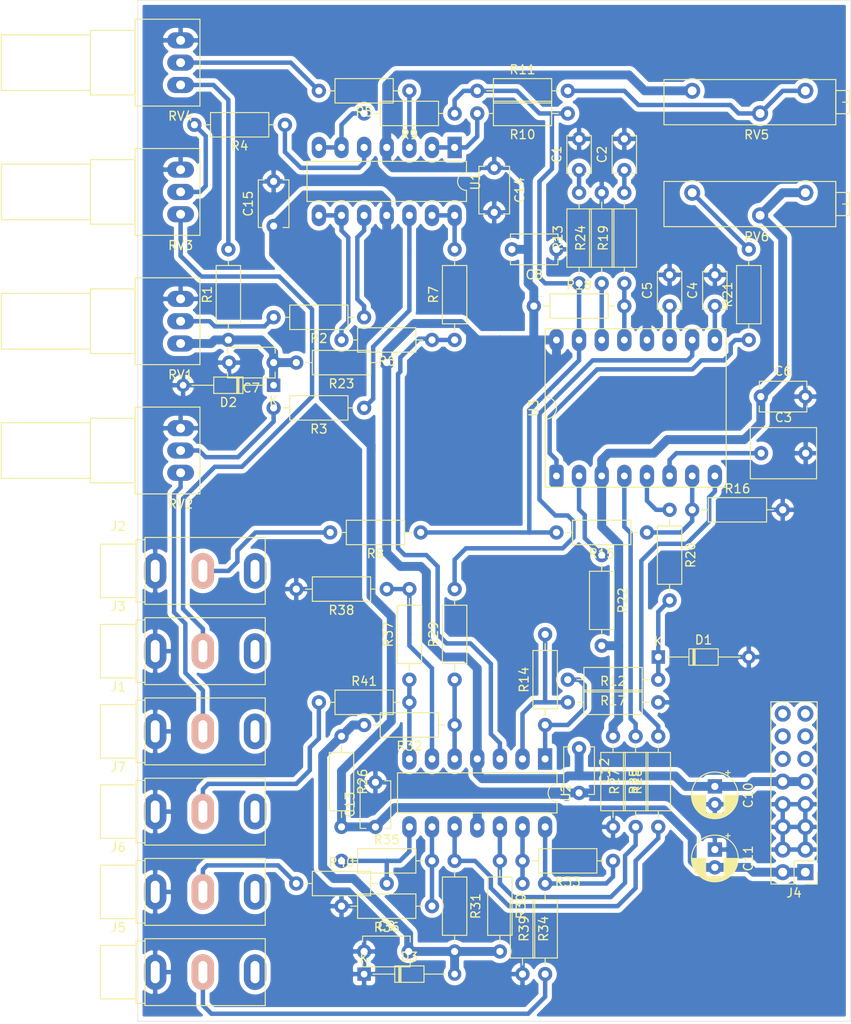
<source format=kicad_pcb>
(kicad_pcb (version 20171130) (host pcbnew 5.1.5-52549c5~86~ubuntu18.04.1)
  (layers (0 F.Cu signal) (31 B.Cu signal) (34 B.Paste user) (35 F.Paste user) (36 B.SilkS user) (37 F.SilkS user) (38 B.Mask user) (39 F.Mask user) (44 Edge.Cuts user))
  (net 0 "")
  (net 1 GND)
  (net 2 "Net-(C1-Pad1)")
  (net 3 "Net-(C2-Pad1)")
  (net 4 "Net-(C3-Pad1)")
  (net 5 "Net-(C5-Pad1)")
  (net 6 +5V)
  (net 7 +12V)
  (net 8 -12V)
  (net 9 "Net-(R1-Pad2)")
  (net 10 "Net-(R3-Pad2)")
  (net 11 "Net-(R4-Pad1)")
  (net 12 "Net-(R4-Pad2)")
  (net 13 "Net-(R5-Pad2)")
  (net 14 "Net-(R10-Pad1)")
  (net 15 "Net-(R11-Pad2)")
  (net 16 "Net-(R12-Pad1)")
  (net 17 "Net-(R14-Pad1)")
  (net 18 "Net-(R18-Pad2)")
  (net 19 "Net-(R22-Pad1)")
  (net 20 /VCO_VEE)
  (net 21 "Net-(D1-Pad1)")
  (net 22 "Net-(J1-PadT)")
  (net 23 "Net-(J2-PadT)")
  (net 24 "Net-(J3-PadT)")
  (net 25 "Net-(J5-PadT)")
  (net 26 "Net-(J6-PadT)")
  (net 27 "Net-(J7-PadT)")
  (net 28 "Net-(R2-Pad1)")
  (net 29 "Net-(R3-Pad1)")
  (net 30 "Net-(R5-Pad1)")
  (net 31 "Net-(R6-Pad1)")
  (net 32 "Net-(R6-Pad2)")
  (net 33 "Net-(R7-Pad2)")
  (net 34 "Net-(R9-Pad2)")
  (net 35 "Net-(R10-Pad2)")
  (net 36 "Net-(R15-Pad1)")
  (net 37 "Net-(R20-Pad1)")
  (net 38 "Net-(R21-Pad1)")
  (net 39 "Net-(R21-Pad2)")
  (net 40 "Net-(R28-Pad1)")
  (net 41 "Net-(R28-Pad2)")
  (net 42 "Net-(R2-Pad2)")
  (net 43 "Net-(C4-Pad1)")
  (net 44 "Net-(R29-Pad1)")
  (net 45 "Net-(R29-Pad2)")
  (net 46 "Net-(R27-Pad2)")
  (net 47 "Net-(R35-Pad2)")
  (net 48 -5V)
  (net 49 "Net-(R24-Pad1)")
  (net 50 "Net-(R27-Pad1)")
  (net 51 "Net-(R33-Pad1)")
  (net 52 "Net-(R33-Pad2)")
  (net 53 "Net-(R35-Pad1)")
  (net 54 "Net-(R37-Pad1)")
  (net 55 "Net-(R37-Pad2)")
  (module marushin:MJ-352 (layer F.Cu) (at 45.8 132)
    (fp_text reference J1 (at 2 -5) (layer F.SilkS))
    (fp_text value MJ-352)
    (pad TN thru_hole oval (at 17.35 0) (size 2.5 4) (drill oval 1 2.5) (layers *.Cu *.Mask))
    (pad T thru_hole oval (at 11.5 0) (size 2.5 4) (drill oval 1 2.5) (layers *.Cu *.Mask B.SilkS) (net 22 "Net-(J1-PadT)"))
    (pad S thru_hole oval (at 6.15 0) (size 2.5 4) (drill oval 1 2.5) (layers *.Cu *.Mask) (net 1 GND))
  )
  (module marushin:MJ-352 (layer F.Cu) (at 45.8 159)
    (fp_text reference J5 (at 2 -5) (layer F.SilkS))
    (fp_text value MJ-352)
    (pad TN thru_hole oval (at 17.35 0) (size 2.5 4) (drill oval 1 2.5) (layers *.Cu *.Mask))
    (pad T thru_hole oval (at 11.5 0) (size 2.5 4) (drill oval 1 2.5) (layers *.Cu *.Mask B.SilkS) (net 25 "Net-(J5-PadT)"))
    (pad S thru_hole oval (at 6.15 0) (size 2.5 4) (drill oval 1 2.5) (layers *.Cu *.Mask) (net 1 GND))
  )
  (module marushin:MJ-352 (layer F.Cu) (at 45.8 150)
    (fp_text reference J6 (at 2 -5) (layer F.SilkS))
    (fp_text value MJ-352)
    (pad TN thru_hole oval (at 17.35 0) (size 2.5 4) (drill oval 1 2.5) (layers *.Cu *.Mask))
    (pad T thru_hole oval (at 11.5 0) (size 2.5 4) (drill oval 1 2.5) (layers *.Cu *.Mask B.SilkS) (net 26 "Net-(J6-PadT)"))
    (pad S thru_hole oval (at 6.15 0) (size 2.5 4) (drill oval 1 2.5) (layers *.Cu *.Mask) (net 1 GND))
  )
  (module marushin:MJ-352 (layer F.Cu) (at 45.8 141)
    (fp_text reference J7 (at 2 -5) (layer F.SilkS))
    (fp_text value MJ-352)
    (pad TN thru_hole oval (at 17.35 0) (size 2.5 4) (drill oval 1 2.5) (layers *.Cu *.Mask))
    (pad T thru_hole oval (at 11.5 0) (size 2.5 4) (drill oval 1 2.5) (layers *.Cu *.Mask B.SilkS) (net 27 "Net-(J7-PadT)"))
    (pad S thru_hole oval (at 6.15 0) (size 2.5 4) (drill oval 1 2.5) (layers *.Cu *.Mask) (net 1 GND))
  )
  (module marushin:MJ-352 (layer F.Cu) (at 45.8 123)
    (fp_text reference J3 (at 2 -5) (layer F.SilkS))
    (fp_text value MJ-352)
    (pad TN thru_hole oval (at 17.35 0) (size 2.5 4) (drill oval 1 2.5) (layers *.Cu *.Mask))
    (pad T thru_hole oval (at 11.5 0) (size 2.5 4) (drill oval 1 2.5) (layers *.Cu *.Mask B.SilkS) (net 24 "Net-(J3-PadT)"))
    (pad S thru_hole oval (at 6.15 0) (size 2.5 4) (drill oval 1 2.5) (layers *.Cu *.Mask) (net 1 GND))
  )
  (module marushin:MJ-352 (layer F.Cu) (at 45.8 114)
    (fp_text reference J2 (at 2 -5) (layer F.SilkS))
    (fp_text value MJ-352)
    (pad TN thru_hole oval (at 17.35 0) (size 2.5 4) (drill oval 1 2.5) (layers *.Cu *.Mask))
    (pad T thru_hole oval (at 11.5 0) (size 2.5 4) (drill oval 1 2.5) (layers *.Cu *.Mask B.SilkS) (net 23 "Net-(J2-PadT)"))
    (pad S thru_hole oval (at 6.15 0) (size 2.5 4) (drill oval 1 2.5) (layers *.Cu *.Mask) (net 1 GND))
  )
  (module Resistor_THT:R_Axial_DIN0207_L6.3mm_D2.5mm_P10.16mm_Horizontal (layer F.Cu) (at 80.48 126.2 90)
    (fp_text reference R37 (at 5.08 -2.37 90) (layer F.SilkS))
    (fp_text value 15k)
    (pad 1 thru_hole circle (at 0 0 90) (size 1.6 1.6) (drill 0.8) (layers *.Cu *.Mask) (net 54 "Net-(R37-Pad1)"))
    (pad 2 thru_hole oval (at 10.16 0 90) (size 1.6 1.6) (drill 0.8) (layers *.Cu *.Mask) (net 55 "Net-(R37-Pad2)"))
  )
  (module Resistor_THT:R_Axial_DIN0207_L6.3mm_D2.5mm_P10.16mm_Horizontal (layer F.Cu) (at 67.78 149.06)
    (fp_text reference R40 (at 5.08 -2.37) (layer F.SilkS))
    (fp_text value 100)
    (pad 1 thru_hole circle (at 0 0) (size 1.6 1.6) (drill 0.8) (layers *.Cu *.Mask) (net 26 "Net-(J6-PadT)"))
    (pad 2 thru_hole oval (at 10.16 0) (size 1.6 1.6) (drill 0.8) (layers *.Cu *.Mask) (net 53 "Net-(R35-Pad1)"))
  )
  (module Resistor_THT:R_Axial_DIN0207_L6.3mm_D2.5mm_P10.16mm_Horizontal (layer F.Cu) (at 93.18 149.06 270)
    (fp_text reference R34 (at 5.08 -2.37 90) (layer F.SilkS))
    (fp_text value DNP)
    (pad 2 thru_hole oval (at 10.16 0 270) (size 1.6 1.6) (drill 0.8) (layers *.Cu *.Mask) (net 1 GND))
    (pad 1 thru_hole circle (at 0 0 270) (size 1.6 1.6) (drill 0.8) (layers *.Cu *.Mask) (net 52 "Net-(R33-Pad2)"))
  )
  (module Resistor_THT:R_Axial_DIN0207_L6.3mm_D2.5mm_P10.16mm_Horizontal (layer F.Cu) (at 72.86 146.52)
    (fp_text reference R35 (at 5.08 -2.37) (layer F.SilkS))
    (fp_text value 27k)
    (pad 2 thru_hole oval (at 10.16 0) (size 1.6 1.6) (drill 0.8) (layers *.Cu *.Mask) (net 47 "Net-(R35-Pad2)"))
    (pad 1 thru_hole circle (at 0 0) (size 1.6 1.6) (drill 0.8) (layers *.Cu *.Mask) (net 53 "Net-(R35-Pad1)"))
  )
  (module Resistor_THT:R_Axial_DIN0207_L6.3mm_D2.5mm_P10.16mm_Horizontal (layer F.Cu) (at 103.34 146.52 180)
    (fp_text reference R33 (at 5.08 -2.37) (layer F.SilkS))
    (fp_text value 0)
    (pad 1 thru_hole circle (at 0 0 180) (size 1.6 1.6) (drill 0.8) (layers *.Cu *.Mask) (net 51 "Net-(R33-Pad1)"))
    (pad 2 thru_hole oval (at 10.16 0 180) (size 1.6 1.6) (drill 0.8) (layers *.Cu *.Mask) (net 52 "Net-(R33-Pad2)"))
  )
  (module Resistor_THT:R_Axial_DIN0207_L6.3mm_D2.5mm_P10.16mm_Horizontal (layer F.Cu) (at 85.56 126.2 90)
    (fp_text reference R29 (at 5.08 -2.37 90) (layer F.SilkS))
    (fp_text value 39k)
    (pad 1 thru_hole circle (at 0 0 90) (size 1.6 1.6) (drill 0.8) (layers *.Cu *.Mask) (net 44 "Net-(R29-Pad1)"))
    (pad 2 thru_hole oval (at 10.16 0 90) (size 1.6 1.6) (drill 0.8) (layers *.Cu *.Mask) (net 45 "Net-(R29-Pad2)"))
  )
  (module Resistor_THT:R_Axial_DIN0207_L6.3mm_D2.5mm_P10.16mm_Horizontal (layer F.Cu) (at 83.02 151.6 180)
    (fp_text reference R36 (at 5.08 -2.37) (layer F.SilkS))
    (fp_text value 22k)
    (pad 1 thru_hole circle (at 0 0 180) (size 1.6 1.6) (drill 0.8) (layers *.Cu *.Mask) (net 47 "Net-(R35-Pad2)"))
    (pad 2 thru_hole oval (at 10.16 0 180) (size 1.6 1.6) (drill 0.8) (layers *.Cu *.Mask) (net 1 GND))
  )
  (module Capacitor_THT:C_Disc_D5.1mm_W3.2mm_P5.00mm (layer F.Cu) (at 75.4 156.68)
    (fp_text reference C9 (at 2.5 -2.85) (layer F.SilkS))
    (fp_text value 2.2μ)
    (pad 1 thru_hole oval (at 0 0) (size 1.6 1.6) (drill 0.8) (layers *.Cu *.Mask) (net 1 GND))
    (pad 2 thru_hole circle (at 5 0) (size 1.6 1.6) (drill 0.8) (layers *.Cu *.Mask) (net 48 -5V))
  )
  (module Resistor_THT:R_Axial_DIN0207_L6.3mm_D2.5mm_P10.16mm_Horizontal (layer F.Cu) (at 108.42 142.71 90)
    (fp_text reference R28 (at 5.08 -2.37 90) (layer F.SilkS))
    (fp_text value 27k)
    (pad 1 thru_hole circle (at 0 0 90) (size 1.6 1.6) (drill 0.8) (layers *.Cu *.Mask) (net 40 "Net-(R28-Pad1)"))
    (pad 2 thru_hole oval (at 10.16 0 90) (size 1.6 1.6) (drill 0.8) (layers *.Cu *.Mask) (net 41 "Net-(R28-Pad2)"))
  )
  (module Diode_THT:D_DO-34_SOD68_P10.16mm_Horizontal (layer F.Cu) (at 75.4 159.22)
    (fp_text reference D3 (at 5.08 -1.92) (layer F.SilkS))
    (fp_text value 1N5231B)
    (fp_text user K (at 0 -1.75) (layer F.SilkS))
    (pad 1 thru_hole rect (at 0 0) (size 1.5 1.5) (drill 0.75) (layers *.Cu *.Mask) (net 1 GND))
    (pad 2 thru_hole oval (at 10.16 0) (size 1.5 1.5) (drill 0.75) (layers *.Cu *.Mask) (net 48 -5V))
  )
  (module Resistor_THT:R_Axial_DIN0207_L6.3mm_D2.5mm_P10.16mm_Horizontal (layer F.Cu) (at 72.86 132.55 270)
    (fp_text reference R26 (at 5.08 -2.37 90) (layer F.SilkS))
    (fp_text value 680)
    (pad 2 thru_hole oval (at 10.16 0 270) (size 1.6 1.6) (drill 0.8) (layers *.Cu *.Mask) (net 8 -12V))
    (pad 1 thru_hole circle (at 0 0 270) (size 1.6 1.6) (drill 0.8) (layers *.Cu *.Mask) (net 48 -5V))
  )
  (module Resistor_THT:R_Axial_DIN0207_L6.3mm_D2.5mm_P10.16mm_Horizontal (layer F.Cu) (at 118.58 88.1 90)
    (fp_text reference R21 (at 5.08 -2.37 90) (layer F.SilkS))
    (fp_text value 24k)
    (pad 1 thru_hole circle (at 0 0 90) (size 1.6 1.6) (drill 0.8) (layers *.Cu *.Mask) (net 38 "Net-(R21-Pad1)"))
    (pad 2 thru_hole oval (at 10.16 0 90) (size 1.6 1.6) (drill 0.8) (layers *.Cu *.Mask) (net 39 "Net-(R21-Pad2)"))
  )
  (module Capacitor_THT:C_Disc_D5.1mm_W3.2mm_P5.00mm (layer F.Cu) (at 65.24 75.32 90)
    (fp_text reference C15 (at 2.5 -2.85 90) (layer F.SilkS))
    (fp_text value 10μ)
    (pad 2 thru_hole oval (at 5 0 90) (size 1.6 1.6) (drill 0.8) (layers *.Cu *.Mask) (net 1 GND))
    (pad 1 thru_hole circle (at 0 0 90) (size 1.6 1.6) (drill 0.8) (layers *.Cu *.Mask) (net 8 -12V))
  )
  (module C_addition:C_Rect_L4.0mm_W2.5mm_P2.50mm (layer F.Cu) (at 99.53 68.55 90)
    (fp_text reference C1 (at 1.25 -2.5 90) (layer F.SilkS))
    (fp_text value 10n)
    (pad 2 thru_hole oval (at 3 0 90) (size 1.6 1.6) (drill 0.8) (layers *.Cu *.Mask) (net 1 GND))
    (pad 1 thru_hole circle (at -0.5 0 90) (size 1.6 1.6) (drill 0.8) (layers *.Cu *.Mask) (net 2 "Net-(C1-Pad1)"))
  )
  (module C_addition:C_Rect_L4.0mm_W2.5mm_P2.50mm (layer F.Cu) (at 104.61 68.55 90)
    (fp_text reference C2 (at 1.25 -2.5 90) (layer F.SilkS))
    (fp_text value 10n)
    (pad 2 thru_hole oval (at 3 0 90) (size 1.6 1.6) (drill 0.8) (layers *.Cu *.Mask) (net 1 GND))
    (pad 1 thru_hole circle (at -0.5 0 90) (size 1.6 1.6) (drill 0.8) (layers *.Cu *.Mask) (net 3 "Net-(C2-Pad1)"))
  )
  (module Capacitor_THT:C_Rect_L7.2mm_W5.5mm_P5.00mm_FKS2_FKP2_MKS2_MKP2 (layer F.Cu) (at 119.97 100.8)
    (fp_text reference C3 (at 2.5 -4) (layer F.SilkS))
    (fp_text value 0.1μ)
    (pad 1 thru_hole circle (at 0 0) (size 1.6 1.6) (drill 0.8) (layers *.Cu *.Mask) (net 4 "Net-(C3-Pad1)"))
    (pad 2 thru_hole oval (at 5 0) (size 1.6 1.6) (drill 0.8) (layers *.Cu *.Mask) (net 1 GND))
  )
  (module C_addition:C_Rect_L4.0mm_W2.5mm_P2.50mm (layer F.Cu) (at 114.77 83.8 90)
    (fp_text reference C4 (at 1.25 -2.5 90) (layer F.SilkS))
    (fp_text value 10n)
    (pad 1 thru_hole circle (at -0.5 0 90) (size 1.6 1.6) (drill 0.8) (layers *.Cu *.Mask) (net 43 "Net-(C4-Pad1)"))
    (pad 2 thru_hole oval (at 3 0 90) (size 1.6 1.6) (drill 0.8) (layers *.Cu *.Mask) (net 1 GND))
  )
  (module C_addition:C_Rect_L4.0mm_W2.5mm_P2.50mm (layer F.Cu) (at 109.69 83.8 90)
    (fp_text reference C5 (at 1.25 -2.5 90) (layer F.SilkS))
    (fp_text value 1n)
    (pad 1 thru_hole circle (at -0.5 0 90) (size 1.6 1.6) (drill 0.8) (layers *.Cu *.Mask) (net 5 "Net-(C5-Pad1)"))
    (pad 2 thru_hole oval (at 3 0 90) (size 1.6 1.6) (drill 0.8) (layers *.Cu *.Mask) (net 1 GND))
  )
  (module Capacitor_THT:C_Disc_D5.1mm_W3.2mm_P5.00mm (layer F.Cu) (at 65.24 90.64 180)
    (fp_text reference C7 (at 2.5 -2.85) (layer F.SilkS))
    (fp_text value 2.2μ)
    (pad 2 thru_hole oval (at 5 0 180) (size 1.6 1.6) (drill 0.8) (layers *.Cu *.Mask) (net 1 GND))
    (pad 1 thru_hole circle (at 0 0 180) (size 1.6 1.6) (drill 0.8) (layers *.Cu *.Mask) (net 6 +5V))
  )
  (module Capacitor_THT:CP_Radial_D5.0mm_P2.00mm (layer F.Cu) (at 114.77 138.17 270)
    (fp_text reference C10 (at 1 -3.75 90) (layer F.SilkS))
    (fp_text value 22μ)
    (pad 1 thru_hole rect (at 0 0 270) (size 1.6 1.6) (drill 0.8) (layers *.Cu *.Mask) (net 7 +12V))
    (pad 2 thru_hole oval (at 2 0 270) (size 1.6 1.6) (drill 0.8) (layers *.Cu *.Mask) (net 1 GND))
  )
  (module Capacitor_THT:CP_Radial_D5.0mm_P2.00mm (layer F.Cu) (at 114.77 145.25 270)
    (fp_text reference C11 (at 1 -3.75 90) (layer F.SilkS))
    (fp_text value 22μ)
    (pad 2 thru_hole circle (at 2 0 270) (size 1.6 1.6) (drill 0.8) (layers *.Cu *.Mask) (net 8 -12V))
    (pad 1 thru_hole rect (at 0 0 270) (size 1.6 1.6) (drill 0.8) (layers *.Cu *.Mask) (net 1 GND))
  )
  (module Capacitor_THT:C_Disc_D5.1mm_W3.2mm_P5.00mm (layer F.Cu) (at 119.93 94.45)
    (fp_text reference C6 (at 2.5 -2.85) (layer F.SilkS))
    (fp_text value 2.2μ)
    (pad 2 thru_hole oval (at 5 0) (size 1.6 1.6) (drill 0.8) (layers *.Cu *.Mask) (net 1 GND))
    (pad 1 thru_hole circle (at 0 0) (size 1.6 1.6) (drill 0.8) (layers *.Cu *.Mask) (net 20 /VCO_VEE))
  )
  (module Capacitor_THT:C_Disc_D5.1mm_W3.2mm_P5.00mm (layer F.Cu) (at 96.99 77.94 180)
    (fp_text reference C8 (at 2.5 -2.85) (layer F.SilkS))
    (fp_text value 2.2μ)
    (pad 1 thru_hole oval (at 0 0 180) (size 1.6 1.6) (drill 0.8) (layers *.Cu *.Mask) (net 1 GND))
    (pad 2 thru_hole circle (at 5 0 180) (size 1.6 1.6) (drill 0.8) (layers *.Cu *.Mask) (net 7 +12V))
  )
  (module Capacitor_THT:C_Disc_D5.1mm_W3.2mm_P5.00mm (layer F.Cu) (at 99.53 133.9 270)
    (fp_text reference C12 (at 2.5 -2.85 90) (layer F.SilkS))
    (fp_text value 10μ)
    (pad 2 thru_hole oval (at 5 0 270) (size 1.6 1.6) (drill 0.8) (layers *.Cu *.Mask) (net 1 GND))
    (pad 1 thru_hole circle (at 0 0 270) (size 1.6 1.6) (drill 0.8) (layers *.Cu *.Mask) (net 7 +12V))
  )
  (module Capacitor_THT:C_Disc_D5.1mm_W3.2mm_P5.00mm (layer F.Cu) (at 76.67 142.71 90)
    (fp_text reference C13 (at 2.5 -2.85 90) (layer F.SilkS))
    (fp_text value 10μ)
    (pad 1 thru_hole circle (at 0 0 90) (size 1.6 1.6) (drill 0.8) (layers *.Cu *.Mask) (net 8 -12V))
    (pad 2 thru_hole oval (at 5 0 90) (size 1.6 1.6) (drill 0.8) (layers *.Cu *.Mask) (net 1 GND))
  )
  (module Capacitor_THT:C_Disc_D5.1mm_W3.2mm_P5.00mm (layer F.Cu) (at 90.005 68.796 270)
    (fp_text reference C14 (at 2.5 -2.85 90) (layer F.SilkS))
    (fp_text value 10μ)
    (pad 1 thru_hole oval (at 0 0 270) (size 1.6 1.6) (drill 0.8) (layers *.Cu *.Mask) (net 7 +12V))
    (pad 2 thru_hole oval (at 5 0 270) (size 1.6 1.6) (drill 0.8) (layers *.Cu *.Mask) (net 1 GND))
  )
  (module Connector_PinHeader_2.54mm:PinHeader_2x08_P2.54mm_Vertical (layer F.Cu) (at 124.93 147.79 180)
    (fp_text reference J4 (at 1.27 -2.33) (layer F.SilkS))
    (fp_text value POWER_IN)
    (pad 16 thru_hole oval (at 2.54 17.78 180) (size 1.8 1.8) (drill 1) (layers *.Cu *.Mask))
    (pad 15 thru_hole oval (at 0 17.78 180) (size 1.8 1.8) (drill 1) (layers *.Cu *.Mask))
    (pad 14 thru_hole oval (at 2.54 15.24 180) (size 1.8 1.8) (drill 1) (layers *.Cu *.Mask))
    (pad 13 thru_hole oval (at 0 15.24 180) (size 1.8 1.8) (drill 1) (layers *.Cu *.Mask))
    (pad 12 thru_hole oval (at 2.54 12.7 180) (size 1.8 1.8) (drill 1) (layers *.Cu *.Mask))
    (pad 11 thru_hole oval (at 0 12.7 180) (size 1.8 1.8) (drill 1) (layers *.Cu *.Mask))
    (pad 10 thru_hole oval (at 2.54 10.16 180) (size 1.8 1.8) (drill 1) (layers *.Cu *.Mask) (net 7 +12V))
    (pad 9 thru_hole oval (at 0 10.16 180) (size 1.8 1.8) (drill 1) (layers *.Cu *.Mask) (net 7 +12V))
    (pad 8 thru_hole oval (at 2.54 7.62 180) (size 1.8 1.8) (drill 1) (layers *.Cu *.Mask) (net 1 GND))
    (pad 7 thru_hole oval (at 0 7.62 180) (size 1.8 1.8) (drill 1) (layers *.Cu *.Mask) (net 1 GND))
    (pad 6 thru_hole oval (at 2.54 5.08 180) (size 1.8 1.8) (drill 1) (layers *.Cu *.Mask) (net 1 GND))
    (pad 5 thru_hole oval (at 0 5.08 180) (size 1.8 1.8) (drill 1) (layers *.Cu *.Mask) (net 1 GND))
    (pad 4 thru_hole oval (at 2.54 2.54 180) (size 1.8 1.8) (drill 1) (layers *.Cu *.Mask) (net 1 GND))
    (pad 3 thru_hole oval (at 0 2.54 180) (size 1.8 1.8) (drill 1) (layers *.Cu *.Mask) (net 1 GND))
    (pad 2 thru_hole oval (at 2.54 0 180) (size 1.8 1.8) (drill 1) (layers *.Cu *.Mask) (net 8 -12V))
    (pad 1 thru_hole rect (at 0 0 180) (size 1.8 1.8) (drill 1) (layers *.Cu *.Mask) (net 8 -12V))
  )
  (module Resistor_THT:R_Axial_DIN0207_L6.3mm_D2.5mm_P10.16mm_Horizontal (layer F.Cu) (at 81.75 109.69 180)
    (fp_text reference R8 (at 5.08 -2.37) (layer F.SilkS))
    (fp_text value 100k)
    (pad 1 thru_hole circle (at 0 0 180) (size 1.6 1.6) (drill 0.8) (layers *.Cu *.Mask) (net 14 "Net-(R10-Pad1)"))
    (pad 2 thru_hole oval (at 10.16 0 180) (size 1.6 1.6) (drill 0.8) (layers *.Cu *.Mask) (net 23 "Net-(J2-PadT)"))
  )
  (module Resistor_THT:R_Axial_DIN0207_L6.3mm_D2.5mm_P10.16mm_Horizontal (layer F.Cu) (at 88.1 60.16)
    (fp_text reference R11 (at 5.08 -2.37) (layer F.SilkS))
    (fp_text value 200k)
    (pad 2 thru_hole oval (at 10.16 0) (size 1.6 1.6) (drill 0.8) (layers *.Cu *.Mask) (net 15 "Net-(R11-Pad2)"))
    (pad 1 thru_hole circle (at 0 0) (size 1.6 1.6) (drill 0.8) (layers *.Cu *.Mask) (net 14 "Net-(R10-Pad1)"))
  )
  (module Resistor_THT:R_Axial_DIN0207_L6.3mm_D2.5mm_P10.16mm_Horizontal (layer F.Cu) (at 75.4 85.56 180)
    (fp_text reference R2 (at 5.08 -2.37) (layer F.SilkS))
    (fp_text value 100k)
    (pad 1 thru_hole circle (at 0 0 180) (size 1.6 1.6) (drill 0.8) (layers *.Cu *.Mask) (net 28 "Net-(R2-Pad1)"))
    (pad 2 thru_hole oval (at 10.16 0 180) (size 1.6 1.6) (drill 0.8) (layers *.Cu *.Mask) (net 42 "Net-(R2-Pad2)"))
  )
  (module Resistor_THT:R_Axial_DIN0207_L6.3mm_D2.5mm_P10.16mm_Horizontal (layer F.Cu) (at 75.4 95.72 180)
    (fp_text reference R3 (at 5.08 -2.37) (layer F.SilkS))
    (fp_text value 100k)
    (pad 2 thru_hole oval (at 10.16 0 180) (size 1.6 1.6) (drill 0.8) (layers *.Cu *.Mask) (net 10 "Net-(R3-Pad2)"))
    (pad 1 thru_hole circle (at 0 0 180) (size 1.6 1.6) (drill 0.8) (layers *.Cu *.Mask) (net 29 "Net-(R3-Pad1)"))
  )
  (module Resistor_THT:R_Axial_DIN0207_L6.3mm_D2.5mm_P10.16mm_Horizontal (layer F.Cu) (at 99.53 81.75 90)
    (fp_text reference R13 (at 5.08 -2.37 90) (layer F.SilkS))
    (fp_text value 470)
    (pad 2 thru_hole oval (at 10.16 0 90) (size 1.6 1.6) (drill 0.8) (layers *.Cu *.Mask) (net 2 "Net-(C1-Pad1)"))
    (pad 1 thru_hole circle (at 0 0 90) (size 1.6 1.6) (drill 0.8) (layers *.Cu *.Mask) (net 14 "Net-(R10-Pad1)"))
  )
  (module Resistor_THT:R_Axial_DIN0207_L6.3mm_D2.5mm_P10.16mm_Horizontal (layer F.Cu) (at 107.15 109.69 180)
    (fp_text reference R15 (at 5.08 -2.37) (layer F.SilkS))
    (fp_text value 1.5M)
    (pad 1 thru_hole circle (at 0 0 180) (size 1.6 1.6) (drill 0.8) (layers *.Cu *.Mask) (net 36 "Net-(R15-Pad1)"))
    (pad 2 thru_hole oval (at 10.16 0 180) (size 1.6 1.6) (drill 0.8) (layers *.Cu *.Mask) (net 14 "Net-(R10-Pad1)"))
  )
  (module Resistor_THT:R_Axial_DIN0207_L6.3mm_D2.5mm_P10.16mm_Horizontal (layer F.Cu) (at 112.23 107.15)
    (fp_text reference R16 (at 5.08 -2.37) (layer F.SilkS))
    (fp_text value 10k)
    (pad 2 thru_hole oval (at 10.16 0) (size 1.6 1.6) (drill 0.8) (layers *.Cu *.Mask) (net 1 GND))
    (pad 1 thru_hole circle (at 0 0) (size 1.6 1.6) (drill 0.8) (layers *.Cu *.Mask) (net 36 "Net-(R15-Pad1)"))
  )
  (module Resistor_THT:R_Axial_DIN0207_L6.3mm_D2.5mm_P10.16mm_Horizontal (layer F.Cu) (at 94.45 84.3)
    (fp_text reference R18 (at 5.08 -2.37) (layer F.SilkS))
    (fp_text value 1.5M)
    (pad 1 thru_hole circle (at 0 0) (size 1.6 1.6) (drill 0.8) (layers *.Cu *.Mask) (net 7 +12V))
    (pad 2 thru_hole oval (at 10.16 0) (size 1.6 1.6) (drill 0.8) (layers *.Cu *.Mask) (net 18 "Net-(R18-Pad2)"))
  )
  (module Resistor_THT:R_Axial_DIN0207_L6.3mm_D2.5mm_P10.16mm_Horizontal (layer F.Cu) (at 104.61 81.75 90)
    (fp_text reference R19 (at 5.08 -2.37 90) (layer F.SilkS))
    (fp_text value 560)
    (pad 1 thru_hole circle (at 0 0 90) (size 1.6 1.6) (drill 0.8) (layers *.Cu *.Mask) (net 18 "Net-(R18-Pad2)"))
    (pad 2 thru_hole oval (at 10.16 0 90) (size 1.6 1.6) (drill 0.8) (layers *.Cu *.Mask) (net 3 "Net-(C2-Pad1)"))
  )
  (module Resistor_THT:R_Axial_DIN0207_L6.3mm_D2.5mm_P10.16mm_Horizontal (layer F.Cu) (at 109.69 107.15 270)
    (fp_text reference R20 (at 5.08 -2.37 90) (layer F.SilkS))
    (fp_text value 10k)
    (pad 1 thru_hole circle (at 0 0 270) (size 1.6 1.6) (drill 0.8) (layers *.Cu *.Mask) (net 37 "Net-(R20-Pad1)"))
    (pad 2 thru_hole oval (at 10.16 0 270) (size 1.6 1.6) (drill 0.8) (layers *.Cu *.Mask) (net 21 "Net-(D1-Pad1)"))
  )
  (module Resistor_THT:R_Axial_DIN0207_L6.3mm_D2.5mm_P10.16mm_Horizontal (layer F.Cu) (at 102.07 81.75 90)
    (fp_text reference R24 (at 5.08 -2.37 90) (layer F.SilkS))
    (fp_text value 1.8k)
    (pad 2 thru_hole oval (at 10.16 0 90) (size 1.6 1.6) (drill 0.8) (layers *.Cu *.Mask) (net 1 GND))
    (pad 1 thru_hole circle (at 0 0 90) (size 1.6 1.6) (drill 0.8) (layers *.Cu *.Mask) (net 49 "Net-(R24-Pad1)"))
  )
  (module Resistor_THT:R_Axial_DIN0207_L6.3mm_D2.5mm_P10.16mm_Horizontal (layer F.Cu) (at 103.34 132.55 270)
    (fp_text reference R25 (at 5.08 -2.37 90) (layer F.SilkS))
    (fp_text value 820)
    (pad 1 thru_hole circle (at 0 0 270) (size 1.6 1.6) (drill 0.8) (layers *.Cu *.Mask) (net 20 /VCO_VEE))
    (pad 2 thru_hole oval (at 10.16 0 270) (size 1.6 1.6) (drill 0.8) (layers *.Cu *.Mask) (net 8 -12V))
  )
  (module Resistor_THT:R_Axial_DIN0207_L6.3mm_D2.5mm_P10.16mm_Horizontal (layer F.Cu) (at 90.64 146.52 270)
    (fp_text reference R30 (at 5.08 -2.37 90) (layer F.SilkS))
    (fp_text value 20k)
    (pad 1 thru_hole circle (at 0 0 270) (size 1.6 1.6) (drill 0.8) (layers *.Cu *.Mask) (net 50 "Net-(R27-Pad1)"))
    (pad 2 thru_hole oval (at 10.16 0 270) (size 1.6 1.6) (drill 0.8) (layers *.Cu *.Mask) (net 48 -5V))
  )
  (module Resistor_THT:R_Axial_DIN0207_L6.3mm_D2.5mm_P10.16mm_Horizontal (layer F.Cu) (at 95.72 159.22 90)
    (fp_text reference R39 (at 5.08 -2.37 90) (layer F.SilkS))
    (fp_text value 100)
    (pad 2 thru_hole oval (at 10.16 0 90) (size 1.6 1.6) (drill 0.8) (layers *.Cu *.Mask) (net 51 "Net-(R33-Pad1)"))
    (pad 1 thru_hole circle (at 0 0 90) (size 1.6 1.6) (drill 0.8) (layers *.Cu *.Mask) (net 25 "Net-(J5-PadT)"))
  )
  (module Potentiometer_THT:Potentiometer_Bourns_3006P_Horizontal (layer F.Cu) (at 112.23 71.59 180)
    (fp_text reference RV6 (at -7.235 -4.935) (layer F.SilkS))
    (fp_text value 10k)
    (pad 1 thru_hole circle (at 0 0 180) (size 1.8 1.8) (drill 1) (layers *.Cu *.Mask) (net 39 "Net-(R21-Pad2)"))
    (pad 2 thru_hole circle (at -7.62 -2.54 180) (size 1.8 1.8) (drill 1) (layers *.Cu *.Mask) (net 20 /VCO_VEE))
    (pad 3 thru_hole circle (at -12.7 0 180) (size 1.8 1.8) (drill 1) (layers *.Cu *.Mask) (net 20 /VCO_VEE))
  )
  (module sop_conv:sop_conv_16pin (layer F.Cu) (at 105.88 95.73 90)
    (fp_text reference U3 (at 0 -11.43 90) (layer F.SilkS))
    (fp_text value V3340M)
    (pad 1 thru_hole roundrect (at -7.62 -8.89 90) (size 2.5 1.6) (drill 0.762) (layers *.Cu *.Mask) (net 38 "Net-(R21-Pad1)"))
    (pad 2 thru_hole oval (at -7.62 -6.35 90) (size 2.5 1.6) (drill 0.762) (layers *.Cu *.Mask) (net 19 "Net-(R22-Pad1)"))
    (pad 3 thru_hole oval (at -7.62 -3.81 90) (size 2.5 1.6) (drill 0.762) (layers *.Cu *.Mask) (net 20 /VCO_VEE))
    (pad 4 thru_hole oval (at -7.62 -1.27 90) (size 2.5 1.6) (drill 0.762) (layers *.Cu *.Mask) (net 46 "Net-(R27-Pad2)"))
    (pad 5 thru_hole oval (at -7.62 1.27 90) (size 2.5 1.6) (drill 0.762) (layers *.Cu *.Mask) (net 37 "Net-(R20-Pad1)"))
    (pad 6 thru_hole oval (at -7.62 3.81 90) (size 2.5 1.6) (drill 0.762) (layers *.Cu *.Mask) (net 4 "Net-(C3-Pad1)"))
    (pad 7 thru_hole oval (at -7.62 6.35 90) (size 2.5 1.6) (drill 0.762) (layers *.Cu *.Mask) (net 36 "Net-(R15-Pad1)"))
    (pad 8 thru_hole oval (at -7.62 8.89 90) (size 2.5 1.6) (drill 0.762) (layers *.Cu *.Mask) (net 41 "Net-(R28-Pad2)"))
    (pad 9 thru_hole oval (at 7.62 8.89 90) (size 2.5 1.6) (drill 0.762) (layers *.Cu *.Mask) (net 43 "Net-(C4-Pad1)"))
    (pad 10 thru_hole oval (at 7.62 6.35 90) (size 2.5 1.6) (drill 0.762) (layers *.Cu *.Mask) (net 45 "Net-(R29-Pad2)"))
    (pad 11 thru_hole oval (at 7.62 3.81 90) (size 2.5 1.6) (drill 0.762) (layers *.Cu *.Mask) (net 5 "Net-(C5-Pad1)"))
    (pad 12 thru_hole oval (at 7.62 1.27 90) (size 2.5 1.6) (drill 0.762) (layers *.Cu *.Mask) (net 1 GND))
    (pad 13 thru_hole oval (at 7.62 -1.27 90) (size 2.5 1.6) (drill 0.762) (layers *.Cu *.Mask) (net 18 "Net-(R18-Pad2)"))
    (pad 14 thru_hole oval (at 7.62 -3.81 90) (size 2.5 1.6) (drill 0.762) (layers *.Cu *.Mask) (net 49 "Net-(R24-Pad1)"))
    (pad 15 thru_hole oval (at 7.62 -6.35 90) (size 2.5 1.6) (drill 0.762) (layers *.Cu *.Mask) (net 14 "Net-(R10-Pad1)"))
    (pad 16 thru_hole oval (at 7.62 -8.89 90) (size 2.5 1.6) (drill 0.762) (layers *.Cu *.Mask) (net 7 +12V))
  )
  (module Diode_THT:D_DO-34_SOD68_P10.16mm_Horizontal (layer F.Cu) (at 108.42 123.66)
    (fp_text reference D1 (at 5.08 -1.92) (layer F.SilkS))
    (fp_text value 1N5231B)
    (fp_text user K (at 0 -1.75) (layer F.SilkS))
    (pad 1 thru_hole rect (at 0 0) (size 1.5 1.5) (drill 0.75) (layers *.Cu *.Mask) (net 21 "Net-(D1-Pad1)"))
    (pad 2 thru_hole oval (at 10.16 0) (size 1.5 1.5) (drill 0.75) (layers *.Cu *.Mask) (net 1 GND))
  )
  (module Resistor_THT:R_Axial_DIN0207_L6.3mm_D2.5mm_P10.16mm_Horizontal (layer F.Cu) (at 60.16 88.1 90)
    (fp_text reference R1 (at 5.08 -2.37 90) (layer F.SilkS))
    (fp_text value 150k)
    (pad 1 thru_hole circle (at 0 0 90) (size 1.6 1.6) (drill 0.8) (layers *.Cu *.Mask) (net 6 +5V))
    (pad 2 thru_hole oval (at 10.16 0 90) (size 1.6 1.6) (drill 0.8) (layers *.Cu *.Mask) (net 9 "Net-(R1-Pad2)"))
  )
  (module Resistor_THT:R_Axial_DIN0207_L6.3mm_D2.5mm_P10.16mm_Horizontal (layer F.Cu) (at 66.51 63.97 180)
    (fp_text reference R4 (at 5.08 -2.37) (layer F.SilkS))
    (fp_text value 100k)
    (pad 2 thru_hole oval (at 10.16 0 180) (size 1.6 1.6) (drill 0.8) (layers *.Cu *.Mask) (net 12 "Net-(R4-Pad2)"))
    (pad 1 thru_hole circle (at 0 0 180) (size 1.6 1.6) (drill 0.8) (layers *.Cu *.Mask) (net 11 "Net-(R4-Pad1)"))
  )
  (module Resistor_THT:R_Axial_DIN0207_L6.3mm_D2.5mm_P10.16mm_Horizontal (layer F.Cu) (at 83.02 88.1 180)
    (fp_text reference R6 (at 5.08 -2.37) (layer F.SilkS))
    (fp_text value 100k)
    (pad 1 thru_hole circle (at 0 0 180) (size 1.6 1.6) (drill 0.8) (layers *.Cu *.Mask) (net 31 "Net-(R6-Pad1)"))
    (pad 2 thru_hole oval (at 10.16 0 180) (size 1.6 1.6) (drill 0.8) (layers *.Cu *.Mask) (net 32 "Net-(R6-Pad2)"))
  )
  (module Resistor_THT:R_Axial_DIN0207_L6.3mm_D2.5mm_P10.16mm_Horizontal (layer F.Cu) (at 85.56 88.1 90)
    (fp_text reference R7 (at 5.08 -2.37 90) (layer F.SilkS))
    (fp_text value 100k)
    (pad 2 thru_hole oval (at 10.16 0 90) (size 1.6 1.6) (drill 0.8) (layers *.Cu *.Mask) (net 33 "Net-(R7-Pad2)"))
    (pad 1 thru_hole circle (at 0 0 90) (size 1.6 1.6) (drill 0.8) (layers *.Cu *.Mask) (net 31 "Net-(R6-Pad1)"))
  )
  (module Resistor_THT:R_Axial_DIN0207_L6.3mm_D2.5mm_P10.16mm_Horizontal (layer F.Cu) (at 85.56 62.7 180)
    (fp_text reference R9 (at 5.08 -2.37) (layer F.SilkS))
    (fp_text value 100k)
    (pad 1 thru_hole circle (at 0 0 180) (size 1.6 1.6) (drill 0.8) (layers *.Cu *.Mask) (net 14 "Net-(R10-Pad1)"))
    (pad 2 thru_hole oval (at 10.16 0 180) (size 1.6 1.6) (drill 0.8) (layers *.Cu *.Mask) (net 34 "Net-(R9-Pad2)"))
  )
  (module Resistor_THT:R_Axial_DIN0207_L6.3mm_D2.5mm_P10.16mm_Horizontal (layer F.Cu) (at 98.26 62.7 180)
    (fp_text reference R10 (at 5.08 -2.37) (layer F.SilkS))
    (fp_text value 100k)
    (pad 2 thru_hole oval (at 10.16 0 180) (size 1.6 1.6) (drill 0.8) (layers *.Cu *.Mask) (net 35 "Net-(R10-Pad2)"))
    (pad 1 thru_hole circle (at 0 0 180) (size 1.6 1.6) (drill 0.8) (layers *.Cu *.Mask) (net 14 "Net-(R10-Pad1)"))
  )
  (module Resistor_THT:R_Axial_DIN0207_L6.3mm_D2.5mm_P10.16mm_Horizontal (layer F.Cu) (at 98.26 128.74)
    (fp_text reference R12 (at 5.08 -2.37) (layer F.SilkS))
    (fp_text value 100k)
    (pad 1 thru_hole circle (at 0 0) (size 1.6 1.6) (drill 0.8) (layers *.Cu *.Mask) (net 16 "Net-(R12-Pad1)"))
    (pad 2 thru_hole oval (at 10.16 0) (size 1.6 1.6) (drill 0.8) (layers *.Cu *.Mask) (net 1 GND))
  )
  (module Resistor_THT:R_Axial_DIN0207_L6.3mm_D2.5mm_P10.16mm_Horizontal (layer F.Cu) (at 95.72 131.28 90)
    (fp_text reference R14 (at 5.08 -2.37 90) (layer F.SilkS))
    (fp_text value 100k)
    (pad 2 thru_hole oval (at 10.16 0 90) (size 1.6 1.6) (drill 0.8) (layers *.Cu *.Mask) (net 16 "Net-(R12-Pad1)"))
    (pad 1 thru_hole circle (at 0 0 90) (size 1.6 1.6) (drill 0.8) (layers *.Cu *.Mask) (net 17 "Net-(R14-Pad1)"))
  )
  (module Resistor_THT:R_Axial_DIN0207_L6.3mm_D2.5mm_P10.16mm_Horizontal (layer F.Cu) (at 108.42 126.2 180)
    (fp_text reference R17 (at 5.08 -2.37) (layer F.SilkS))
    (fp_text value 1k)
    (pad 1 thru_hole circle (at 0 0 180) (size 1.6 1.6) (drill 0.8) (layers *.Cu *.Mask) (net 21 "Net-(D1-Pad1)"))
    (pad 2 thru_hole oval (at 10.16 0 180) (size 1.6 1.6) (drill 0.8) (layers *.Cu *.Mask) (net 17 "Net-(R14-Pad1)"))
  )
  (module Resistor_THT:R_Axial_DIN0207_L6.3mm_D2.5mm_P10.16mm_Horizontal (layer F.Cu) (at 85.56 146.52 270)
    (fp_text reference R31 (at 5.08 -2.37 90) (layer F.SilkS))
    (fp_text value 33k)
    (pad 2 thru_hole oval (at 10.16 0 270) (size 1.6 1.6) (drill 0.8) (layers *.Cu *.Mask) (net 48 -5V))
    (pad 1 thru_hole circle (at 0 0 270) (size 1.6 1.6) (drill 0.8) (layers *.Cu *.Mask) (net 40 "Net-(R28-Pad1)"))
  )
  (module Resistor_THT:R_Axial_DIN0207_L6.3mm_D2.5mm_P10.16mm_Horizontal (layer F.Cu) (at 85.56 131.28 180)
    (fp_text reference R32 (at 5.08 -2.37) (layer F.SilkS))
    (fp_text value 10k)
    (pad 2 thru_hole oval (at 10.16 0 180) (size 1.6 1.6) (drill 0.8) (layers *.Cu *.Mask) (net 48 -5V))
    (pad 1 thru_hole circle (at 0 0 180) (size 1.6 1.6) (drill 0.8) (layers *.Cu *.Mask) (net 44 "Net-(R29-Pad1)"))
  )
  (module Resistor_THT:R_Axial_DIN0207_L6.3mm_D2.5mm_P10.16mm_Horizontal (layer F.Cu) (at 77.94 116.04 180)
    (fp_text reference R38 (at 5.08 -2.37) (layer F.SilkS))
    (fp_text value 5.6k)
    (pad 2 thru_hole oval (at 10.16 0 180) (size 1.6 1.6) (drill 0.8) (layers *.Cu *.Mask) (net 1 GND))
    (pad 1 thru_hole circle (at 0 0 180) (size 1.6 1.6) (drill 0.8) (layers *.Cu *.Mask) (net 55 "Net-(R37-Pad2)"))
  )
  (module Resistor_THT:R_Axial_DIN0207_L6.3mm_D2.5mm_P10.16mm_Horizontal (layer F.Cu) (at 70.32 128.74)
    (fp_text reference R41 (at 5.08 -2.37) (layer F.SilkS))
    (fp_text value 100)
    (pad 1 thru_hole circle (at 0 0) (size 1.6 1.6) (drill 0.8) (layers *.Cu *.Mask) (net 27 "Net-(J7-PadT)"))
    (pad 2 thru_hole oval (at 10.16 0) (size 1.6 1.6) (drill 0.8) (layers *.Cu *.Mask) (net 54 "Net-(R37-Pad1)"))
  )
  (module Potentiometer_THT:Potentiometer_Alps_RK097_Single_Horizontal (layer F.Cu) (at 54.8 83.5 180)
    (fp_text reference RV1 (at 0 -8.5) (layer F.SilkS))
    (fp_text value 100k)
    (pad 3 thru_hole oval (at 0 -5 180) (size 3 1.8) (drill 1) (layers *.Cu *.Mask) (net 6 +5V))
    (pad 2 thru_hole oval (at 0 -2.5 180) (size 3 1.8) (drill 1) (layers *.Cu *.Mask) (net 42 "Net-(R2-Pad2)"))
    (pad 1 thru_hole oval (at 0 0 180) (size 3 1.8) (drill 1) (layers *.Cu *.Mask) (net 1 GND))
  )
  (module Potentiometer_THT:Potentiometer_Alps_RK097_Single_Horizontal (layer F.Cu) (at 54.8 98 180)
    (fp_text reference RV2 (at 0 -8.5) (layer F.SilkS))
    (fp_text value 100k)
    (pad 1 thru_hole oval (at 0 0 180) (size 3 1.8) (drill 1) (layers *.Cu *.Mask) (net 1 GND))
    (pad 2 thru_hole oval (at 0 -2.5 180) (size 3 1.8) (drill 1) (layers *.Cu *.Mask) (net 10 "Net-(R3-Pad2)"))
    (pad 3 thru_hole oval (at 0 -5 180) (size 3 1.8) (drill 1) (layers *.Cu *.Mask) (net 22 "Net-(J1-PadT)"))
  )
  (module Potentiometer_THT:Potentiometer_Alps_RK097_Single_Horizontal (layer F.Cu) (at 54.8 69 180)
    (fp_text reference RV3 (at 0 -8.5) (layer F.SilkS))
    (fp_text value 100k)
    (pad 3 thru_hole oval (at 0 -5 180) (size 3 1.8) (drill 1) (layers *.Cu *.Mask) (net 24 "Net-(J3-PadT)"))
    (pad 2 thru_hole oval (at 0 -2.5 180) (size 3 1.8) (drill 1) (layers *.Cu *.Mask) (net 12 "Net-(R4-Pad2)"))
    (pad 1 thru_hole oval (at 0 0 180) (size 3 1.8) (drill 1) (layers *.Cu *.Mask) (net 1 GND))
  )
  (module Potentiometer_THT:Potentiometer_Alps_RK097_Single_Horizontal (layer F.Cu) (at 54.8 54.5 180)
    (fp_text reference RV4 (at 0 -8.5) (layer F.SilkS))
    (fp_text value 100k)
    (pad 1 thru_hole oval (at 0 0 180) (size 3 1.8) (drill 1) (layers *.Cu *.Mask) (net 1 GND))
    (pad 2 thru_hole oval (at 0 -2.5 180) (size 3 1.8) (drill 1) (layers *.Cu *.Mask) (net 13 "Net-(R5-Pad2)"))
    (pad 3 thru_hole oval (at 0 -5 180) (size 3 1.8) (drill 1) (layers *.Cu *.Mask) (net 9 "Net-(R1-Pad2)"))
  )
  (module Potentiometer_THT:Potentiometer_Bourns_3006P_Horizontal (layer F.Cu) (at 112.23 60.16 180)
    (fp_text reference RV5 (at -7.235 -4.935) (layer F.SilkS))
    (fp_text value 100k)
    (pad 1 thru_hole oval (at 0 0 180) (size 1.8 1.8) (drill 1) (layers *.Cu *.Mask) (net 7 +12V))
    (pad 2 thru_hole circle (at -7.62 -2.54 180) (size 1.8 1.8) (drill 1) (layers *.Cu *.Mask) (net 15 "Net-(R11-Pad2)"))
    (pad 3 thru_hole circle (at -12.7 0 180) (size 1.8 1.8) (drill 1) (layers *.Cu *.Mask) (net 15 "Net-(R11-Pad2)"))
  )
  (module Package_DIP:DIP-14_W7.62mm_LongPads (layer F.Cu) (at 85.56 66.51 270)
    (fp_text reference U1 (at 3.81 -2.33 90) (layer F.SilkS))
    (fp_text value NJM074)
    (pad 14 thru_hole oval (at 7.62 0 270) (size 2.4 1.6) (drill 0.8) (layers *.Cu *.Mask) (net 33 "Net-(R7-Pad2)"))
    (pad 7 thru_hole oval (at 0 15.24 270) (size 2.4 1.6) (drill 0.8) (layers *.Cu *.Mask) (net 34 "Net-(R9-Pad2)"))
    (pad 13 thru_hole oval (at 7.62 2.54 270) (size 2.4 1.6) (drill 0.8) (layers *.Cu *.Mask) (net 33 "Net-(R7-Pad2)"))
    (pad 6 thru_hole oval (at 0 12.7 270) (size 2.4 1.6) (drill 0.8) (layers *.Cu *.Mask) (net 34 "Net-(R9-Pad2)"))
    (pad 12 thru_hole oval (at 7.62 5.08 270) (size 2.4 1.6) (drill 0.8) (layers *.Cu *.Mask) (net 29 "Net-(R3-Pad1)"))
    (pad 5 thru_hole oval (at 0 10.16 270) (size 2.4 1.6) (drill 0.8) (layers *.Cu *.Mask) (net 11 "Net-(R4-Pad1)"))
    (pad 11 thru_hole oval (at 7.62 7.62 270) (size 2.4 1.6) (drill 0.8) (layers *.Cu *.Mask) (net 8 -12V))
    (pad 4 thru_hole oval (at 0 7.62 270) (size 2.4 1.6) (drill 0.8) (layers *.Cu *.Mask) (net 7 +12V))
    (pad 10 thru_hole oval (at 7.62 10.16 270) (size 2.4 1.6) (drill 0.8) (layers *.Cu *.Mask) (net 28 "Net-(R2-Pad1)"))
    (pad 3 thru_hole oval (at 0 5.08 270) (size 2.4 1.6) (drill 0.8) (layers *.Cu *.Mask) (net 30 "Net-(R5-Pad1)"))
    (pad 9 thru_hole oval (at 7.62 12.7 270) (size 2.4 1.6) (drill 0.8) (layers *.Cu *.Mask) (net 32 "Net-(R6-Pad2)"))
    (pad 2 thru_hole oval (at 0 2.54 270) (size 2.4 1.6) (drill 0.8) (layers *.Cu *.Mask) (net 35 "Net-(R10-Pad2)"))
    (pad 8 thru_hole oval (at 7.62 15.24 270) (size 2.4 1.6) (drill 0.8) (layers *.Cu *.Mask) (net 32 "Net-(R6-Pad2)"))
    (pad 1 thru_hole rect (at 0 0 270) (size 2.4 1.6) (drill 0.8) (layers *.Cu *.Mask) (net 35 "Net-(R10-Pad2)"))
  )
  (module Resistor_THT:R_Axial_DIN0207_L6.3mm_D2.5mm_P10.16mm_Horizontal (layer F.Cu) (at 80.48 60.16 180)
    (fp_text reference R5 (at 5.08 -2.37) (layer F.SilkS))
    (fp_text value 100k)
    (pad 1 thru_hole circle (at 0 0 180) (size 1.6 1.6) (drill 0.8) (layers *.Cu *.Mask) (net 30 "Net-(R5-Pad1)"))
    (pad 2 thru_hole oval (at 10.16 0 180) (size 1.6 1.6) (drill 0.8) (layers *.Cu *.Mask) (net 13 "Net-(R5-Pad2)"))
  )
  (module Package_DIP:DIP-14_W7.62mm_LongPads (layer F.Cu) (at 95.72 135.09 270)
    (fp_text reference U2 (at 3.81 -2.33 90) (layer F.SilkS))
    (fp_text value NJM074)
    (pad 1 thru_hole rect (at 0 0 270) (size 2.4 1.6) (drill 0.8) (layers *.Cu *.Mask) (net 17 "Net-(R14-Pad1)"))
    (pad 8 thru_hole oval (at 7.62 15.24 270) (size 2.4 1.6) (drill 0.8) (layers *.Cu *.Mask) (net 53 "Net-(R35-Pad1)"))
    (pad 2 thru_hole oval (at 0 2.54 270) (size 2.4 1.6) (drill 0.8) (layers *.Cu *.Mask) (net 16 "Net-(R12-Pad1)"))
    (pad 9 thru_hole oval (at 7.62 12.7 270) (size 2.4 1.6) (drill 0.8) (layers *.Cu *.Mask) (net 47 "Net-(R35-Pad2)"))
    (pad 3 thru_hole oval (at 0 5.08 270) (size 2.4 1.6) (drill 0.8) (layers *.Cu *.Mask) (net 31 "Net-(R6-Pad1)"))
    (pad 10 thru_hole oval (at 7.62 10.16 270) (size 2.4 1.6) (drill 0.8) (layers *.Cu *.Mask) (net 40 "Net-(R28-Pad1)"))
    (pad 4 thru_hole oval (at 0 7.62 270) (size 2.4 1.6) (drill 0.8) (layers *.Cu *.Mask) (net 7 +12V))
    (pad 11 thru_hole oval (at 7.62 7.62 270) (size 2.4 1.6) (drill 0.8) (layers *.Cu *.Mask) (net 8 -12V))
    (pad 5 thru_hole oval (at 0 10.16 270) (size 2.4 1.6) (drill 0.8) (layers *.Cu *.Mask) (net 44 "Net-(R29-Pad1)"))
    (pad 12 thru_hole oval (at 7.62 5.08 270) (size 2.4 1.6) (drill 0.8) (layers *.Cu *.Mask) (net 50 "Net-(R27-Pad1)"))
    (pad 6 thru_hole oval (at 0 12.7 270) (size 2.4 1.6) (drill 0.8) (layers *.Cu *.Mask) (net 55 "Net-(R37-Pad2)"))
    (pad 13 thru_hole oval (at 7.62 2.54 270) (size 2.4 1.6) (drill 0.8) (layers *.Cu *.Mask) (net 52 "Net-(R33-Pad2)"))
    (pad 7 thru_hole oval (at 0 15.24 270) (size 2.4 1.6) (drill 0.8) (layers *.Cu *.Mask) (net 54 "Net-(R37-Pad1)"))
    (pad 14 thru_hole oval (at 7.62 0 270) (size 2.4 1.6) (drill 0.8) (layers *.Cu *.Mask) (net 51 "Net-(R33-Pad1)"))
  )
  (module Diode_THT:D_DO-34_SOD68_P10.16mm_Horizontal (layer F.Cu) (at 65.24 93.18 180)
    (fp_text reference D2 (at 5.08 -1.92) (layer F.SilkS))
    (fp_text value 1N5231B)
    (fp_text user K (at 0 -1.75) (layer F.SilkS))
    (pad 1 thru_hole rect (at 0 0 180) (size 1.5 1.5) (drill 0.75) (layers *.Cu *.Mask) (net 6 +5V))
    (pad 2 thru_hole oval (at 10.16 0 180) (size 1.5 1.5) (drill 0.75) (layers *.Cu *.Mask) (net 1 GND))
  )
  (module Resistor_THT:R_Axial_DIN0207_L6.3mm_D2.5mm_P10.16mm_Horizontal (layer F.Cu) (at 77.94 90.64 180)
    (fp_text reference R23 (at 5.08 -2.37) (layer F.SilkS))
    (fp_text value 680)
    (pad 1 thru_hole circle (at 0 0 180) (size 1.6 1.6) (drill 0.8) (layers *.Cu *.Mask) (net 7 +12V))
    (pad 2 thru_hole oval (at 10.16 0 180) (size 1.6 1.6) (drill 0.8) (layers *.Cu *.Mask) (net 6 +5V))
  )
  (module Resistor_THT:R_Axial_DIN0207_L6.3mm_D2.5mm_P10.16mm_Horizontal (layer F.Cu) (at 105.88 142.71 90)
    (fp_text reference R27 (at 5.08 -2.37 90) (layer F.SilkS))
    (fp_text value 12k)
    (pad 1 thru_hole circle (at 0 0 90) (size 1.6 1.6) (drill 0.8) (layers *.Cu *.Mask) (net 50 "Net-(R27-Pad1)"))
    (pad 2 thru_hole oval (at 10.16 0 90) (size 1.6 1.6) (drill 0.8) (layers *.Cu *.Mask) (net 46 "Net-(R27-Pad2)"))
  )
  (module Resistor_THT:R_Axial_DIN0207_L6.3mm_D2.5mm_P10.16mm_Horizontal (layer F.Cu) (at 102.07 112.23 270)
    (fp_text reference R22 (at 5.08 -2.37 90) (layer F.SilkS))
    (fp_text value 5.6k)
    (pad 1 thru_hole circle (at 0 0 270) (size 1.6 1.6) (drill 0.8) (layers *.Cu *.Mask) (net 19 "Net-(R22-Pad1)"))
    (pad 2 thru_hole oval (at 10.16 0 270) (size 1.6 1.6) (drill 0.8) (layers *.Cu *.Mask) (net 20 /VCO_VEE))
  )
  (gr_line (start 50 164.5) (end 130 164.5) (layer Edge.Cuts) (width 0.05))
  (gr_line (start 130 50) (end 130 164.5) (layer Edge.Cuts) (width 0.05))
  (gr_line (start 50 50) (end 130 50) (layer Edge.Cuts) (width 0.05))
  (gr_line (start 50 50) (end 50 164.5) (layer Edge.Cuts) (width 0.05))
  (segment (start 99.53 138.9) (end 101.562 138.9) (width 1) (layer B.Cu) (net 1))
  (segment (start 99.53 138.9) (end 97.244 138.9) (width 1) (layer B.Cu) (net 1))
  (segment (start 107.15 88.11) (end 107.15 85.86) (width 1) (layer B.Cu) (net 1))
  (segment (start 99.53 71.59) (end 99.53 69.05) (width 0.5) (layer B.Cu) (net 2))
  (segment (start 104.61 71.59) (end 104.61 69.05) (width 0.5) (layer B.Cu) (net 3))
  (segment (start 109.69 101.562) (end 109.69 103.35) (width 0.5) (layer B.Cu) (net 4))
  (segment (start 119.97 100.8) (end 110.452 100.8) (width 0.5) (layer B.Cu) (net 4))
  (segment (start 110.452 100.8) (end 109.69 101.562) (width 0.5) (layer B.Cu) (net 4))
  (segment (start 109.69 84.3) (end 109.69 88.11) (width 0.5) (layer B.Cu) (net 5))
  (segment (start 65.24 93.18) (end 65.24 90.64) (width 1) (layer B.Cu) (net 6))
  (segment (start 65.24 90.64) (end 67.78 90.64) (width 1) (layer B.Cu) (net 6))
  (segment (start 65.24 89.49) (end 65.24 90.64) (width 1) (layer B.Cu) (net 6))
  (segment (start 60.16 88.1) (end 63.85 88.1) (width 1) (layer B.Cu) (net 6))
  (segment (start 63.85 88.1) (end 65.24 89.49) (width 1) (layer B.Cu) (net 6))
  (segment (start 58.636 88.1) (end 60.16 88.1) (width 1) (layer B.Cu) (net 6))
  (segment (start 55 88.5) (end 58.236 88.5) (width 1) (layer B.Cu) (net 6))
  (segment (start 58.236 88.5) (end 58.636 88.1) (width 1) (layer B.Cu) (net 6))
  (segment (start 124.93 137.63) (end 122.39 137.63) (width 1) (layer B.Cu) (net 7))
  (segment (start 118.58 138.17) (end 114.77 138.17) (width 1) (layer B.Cu) (net 7))
  (segment (start 122.39 137.63) (end 119.12 137.63) (width 1) (layer B.Cu) (net 7))
  (segment (start 119.12 137.63) (end 118.58 138.17) (width 1) (layer B.Cu) (net 7))
  (segment (start 96.98 88.1) (end 96.99 88.11) (width 1) (layer B.Cu) (net 7))
  (segment (start 94.45 84.3) (end 94.45 88.1) (width 1) (layer B.Cu) (net 7))
  (segment (start 94.45 88.1) (end 96.98 88.1) (width 1) (layer B.Cu) (net 7))
  (segment (start 88.1 136.741) (end 88.1 135.09) (width 1) (layer B.Cu) (net 7))
  (segment (start 98.26 136.995) (end 97.955001 137.299999) (width 1) (layer B.Cu) (net 7))
  (segment (start 88.658999 137.299999) (end 88.1 136.741) (width 1) (layer B.Cu) (net 7))
  (segment (start 97.955001 137.299999) (end 88.658999 137.299999) (width 1) (layer B.Cu) (net 7))
  (segment (start 99.53 136.995) (end 99.53 133.9) (width 1) (layer B.Cu) (net 7))
  (segment (start 99.53 136.995) (end 98.26 136.995) (width 1) (layer B.Cu) (net 7))
  (segment (start 110.325 136.995) (end 99.53 136.995) (width 1) (layer B.Cu) (net 7))
  (segment (start 114.77 138.17) (end 111.5 138.17) (width 1) (layer B.Cu) (net 7))
  (segment (start 111.5 138.17) (end 110.325 136.995) (width 1) (layer B.Cu) (net 7))
  (segment (start 84.29 123.66) (end 86.83 123.66) (width 1) (layer B.Cu) (net 7))
  (segment (start 88.1 124.93) (end 88.1 135.09) (width 1) (layer B.Cu) (net 7))
  (segment (start 77.94 111.976) (end 79.464 113.5) (width 1) (layer B.Cu) (net 7))
  (segment (start 79.464 113.5) (end 81.75 113.5) (width 1) (layer B.Cu) (net 7))
  (segment (start 86.83 123.66) (end 88.1 124.93) (width 1) (layer B.Cu) (net 7))
  (segment (start 77.94 90.64) (end 77.94 111.976) (width 1) (layer B.Cu) (net 7))
  (segment (start 82.385 121.755) (end 84.29 123.66) (width 1) (layer B.Cu) (net 7))
  (segment (start 81.75 113.5) (end 82.385 114.135) (width 1) (layer B.Cu) (net 7))
  (segment (start 82.385 114.135) (end 82.385 121.755) (width 1) (layer B.Cu) (net 7))
  (segment (start 92.291 68.796) (end 93.815 70.32) (width 1) (layer B.Cu) (net 7))
  (segment (start 91.99 77.94) (end 93.815 77.94) (width 1) (layer B.Cu) (net 7))
  (segment (start 93.815 70.32) (end 93.815 77.94) (width 1) (layer B.Cu) (net 7))
  (segment (start 78.630989 68.796) (end 88.1 68.796) (width 1) (layer B.Cu) (net 7))
  (segment (start 77.94 66.51) (end 77.94 68.105011) (width 1) (layer B.Cu) (net 7))
  (segment (start 77.94 68.105011) (end 78.630989 68.796) (width 1) (layer B.Cu) (net 7))
  (segment (start 77.94 59.525) (end 77.94 66.51) (width 1) (layer B.Cu) (net 7))
  (segment (start 79.083 58.382) (end 77.94 59.525) (width 1) (layer B.Cu) (net 7))
  (segment (start 105.118 58.382) (end 79.083 58.382) (width 1) (layer B.Cu) (net 7))
  (segment (start 112.23 60.16) (end 106.896 60.16) (width 1) (layer B.Cu) (net 7))
  (segment (start 106.896 60.16) (end 105.118 58.382) (width 1) (layer B.Cu) (net 7))
  (segment (start 90.64 88.1) (end 90.64 89.37) (width 1) (layer B.Cu) (net 7))
  (segment (start 94.45 88.1) (end 90.64 88.1) (width 1) (layer B.Cu) (net 7))
  (segment (start 87.338 87.509998) (end 87.338 88.4175) (width 1) (layer B.Cu) (net 7))
  (segment (start 96.99 88.11) (end 96.99 90.64) (width 1) (layer B.Cu) (net 7))
  (segment (start 94.45 82.385) (end 94.45 84.3) (width 1) (layer B.Cu) (net 7))
  (segment (start 93.815 77.94) (end 93.815 81.75) (width 1) (layer B.Cu) (net 7))
  (segment (start 93.815 81.75) (end 94.45 82.385) (width 1) (layer B.Cu) (net 7))
  (segment (start 81.0515 86.2585) (end 77.94 89.37) (width 1) (layer B.Cu) (net 7))
  (segment (start 90.64 88.1) (end 88.1 88.1) (width 1) (layer B.Cu) (net 7))
  (segment (start 77.94 89.37) (end 77.94 90.64) (width 1) (layer B.Cu) (net 7))
  (segment (start 86.2585 86.2585) (end 81.0515 86.2585) (width 1) (layer B.Cu) (net 7))
  (segment (start 88.1 88.1) (end 86.2585 86.2585) (width 1) (layer B.Cu) (net 7))
  (segment (start 124.93 147.79) (end 122.39 147.79) (width 1) (layer B.Cu) (net 8))
  (segment (start 118.58 147.25) (end 114.77 147.25) (width 1) (layer B.Cu) (net 8))
  (segment (start 122.39 147.79) (end 119.12 147.79) (width 1) (layer B.Cu) (net 8))
  (segment (start 119.12 147.79) (end 118.58 147.25) (width 1) (layer B.Cu) (net 8))
  (segment (start 88.1 142.587245) (end 88.1 142.71) (width 1) (layer B.Cu) (net 8))
  (segment (start 88.1 140.551) (end 88.1 142.71) (width 1) (layer B.Cu) (net 8))
  (segment (start 78.829 140.551) (end 76.67 142.71) (width 1) (layer B.Cu) (net 8))
  (segment (start 88.1 140.551) (end 78.829 140.551) (width 1) (layer B.Cu) (net 8))
  (segment (start 76.67 142.71) (end 72.86 142.71) (width 1) (layer B.Cu) (net 8))
  (segment (start 112.23 143.98) (end 112.23 146.52) (width 1) (layer B.Cu) (net 8))
  (segment (start 88.1 140.551) (end 97.244 140.551) (width 1) (layer B.Cu) (net 8))
  (segment (start 112.96 147.25) (end 114.77 147.25) (width 1) (layer B.Cu) (net 8))
  (segment (start 97.244 140.551) (end 97.498 140.805) (width 1) (layer B.Cu) (net 8))
  (segment (start 109.055 140.805) (end 112.23 143.98) (width 1) (layer B.Cu) (net 8))
  (segment (start 112.23 146.52) (end 112.96 147.25) (width 1) (layer B.Cu) (net 8))
  (segment (start 77.94 72.565) (end 77.94 74.13) (width 1) (layer B.Cu) (net 8))
  (segment (start 77.219 71.844) (end 77.94 72.565) (width 1) (layer B.Cu) (net 8))
  (segment (start 65.24 75.32) (end 68.716 71.844) (width 1) (layer B.Cu) (net 8))
  (segment (start 68.716 71.844) (end 77.219 71.844) (width 1) (layer B.Cu) (net 8))
  (segment (start 100.165 140.805) (end 100.165 142.075) (width 1) (layer B.Cu) (net 8))
  (segment (start 100.165 140.805) (end 109.055 140.805) (width 1) (layer B.Cu) (net 8))
  (segment (start 97.498 140.805) (end 100.165 140.805) (width 1) (layer B.Cu) (net 8))
  (segment (start 65.24 78.448) (end 65.24 75.32) (width 1) (layer B.Cu) (net 8))
  (segment (start 70.828 84.036) (end 65.24 78.448) (width 1) (layer B.Cu) (net 8))
  (segment (start 70.828 94.578) (end 70.828 84.036) (width 1) (layer B.Cu) (net 8))
  (segment (start 72.86 136.4525) (end 78.448 130.8645) (width 1) (layer B.Cu) (net 8))
  (segment (start 72.86 142.71) (end 72.86 136.4525) (width 1) (layer B.Cu) (net 8))
  (segment (start 78.448 130.8645) (end 78.448 119.088) (width 1) (layer B.Cu) (net 8))
  (segment (start 78.448 119.088) (end 76.1747 116.8147) (width 1) (layer B.Cu) (net 8))
  (segment (start 76.1747 116.8147) (end 76.1747 99.9247) (width 1) (layer B.Cu) (net 8))
  (segment (start 76.1747 99.9247) (end 70.828 94.578) (width 1) (layer B.Cu) (net 8))
  (segment (start 65.24 75.32) (end 66.51 76.59) (width 1) (layer B.Cu) (net 8))
  (segment (start 65.24 75.32) (end 66.43 75.32) (width 1) (layer B.Cu) (net 8))
  (segment (start 77.94 74.13) (end 77.94 76.67) (width 1) (layer B.Cu) (net 8))
  (segment (start 60.16 76.80863) (end 60.16 77.94) (width 0.5) (layer B.Cu) (net 9))
  (segment (start 55 59.5) (end 58.484 59.5) (width 0.5) (layer B.Cu) (net 9))
  (segment (start 60.16 61.176) (end 60.16 76.80863) (width 0.5) (layer B.Cu) (net 9))
  (segment (start 58.484 59.5) (end 60.16 61.176) (width 0.5) (layer B.Cu) (net 9))
  (segment (start 56.87 100.5) (end 55 100.5) (width 0.5) (layer B.Cu) (net 10))
  (segment (start 61.246 101.25) (end 57.62 101.25) (width 0.5) (layer B.Cu) (net 10))
  (segment (start 65.24 95.72) (end 65.24 97.256) (width 0.5) (layer B.Cu) (net 10))
  (segment (start 57.62 101.25) (end 56.87 100.5) (width 0.5) (layer B.Cu) (net 10))
  (segment (start 65.24 97.256) (end 61.246 101.25) (width 0.5) (layer B.Cu) (net 10))
  (segment (start 75.4 68.21) (end 75.4 66.51) (width 0.5) (layer B.Cu) (net 11))
  (segment (start 66.51 63.97) (end 66.51 67.018) (width 0.5) (layer B.Cu) (net 11))
  (segment (start 74.814 68.796) (end 75.4 68.21) (width 0.5) (layer B.Cu) (net 11))
  (segment (start 68.288 68.796) (end 74.814 68.796) (width 0.5) (layer B.Cu) (net 11))
  (segment (start 66.51 67.018) (end 68.288 68.796) (width 0.5) (layer B.Cu) (net 11))
  (segment (start 57.62 65.24) (end 56.35 63.97) (width 0.5) (layer B.Cu) (net 12))
  (segment (start 57.62 70.828) (end 57.62 65.24) (width 0.5) (layer B.Cu) (net 12))
  (segment (start 55 71.5) (end 56.948 71.5) (width 0.5) (layer B.Cu) (net 12))
  (segment (start 56.948 71.5) (end 57.62 70.828) (width 0.5) (layer B.Cu) (net 12))
  (segment (start 67.16 57) (end 69.520001 59.360001) (width 0.5) (layer B.Cu) (net 13))
  (segment (start 69.520001 59.360001) (end 70.32 60.16) (width 0.5) (layer B.Cu) (net 13))
  (segment (start 55 57) (end 67.16 57) (width 0.5) (layer B.Cu) (net 13))
  (segment (start 99.53 88.11) (end 99.53 81.75) (width 0.5) (layer B.Cu) (net 14))
  (segment (start 85.56 62.7) (end 85.56 61.176) (width 0.5) (layer B.Cu) (net 14))
  (segment (start 86.576 60.16) (end 88.1 60.16) (width 0.5) (layer B.Cu) (net 14))
  (segment (start 85.56 61.176) (end 86.576 60.16) (width 0.5) (layer B.Cu) (net 14))
  (segment (start 88.1 60.16) (end 92.545 60.16) (width 0.5) (layer B.Cu) (net 14))
  (segment (start 92.545 60.16) (end 95.085 62.7) (width 0.5) (layer B.Cu) (net 14))
  (segment (start 93.942 95.974) (end 93.942 108.928) (width 0.5) (layer B.Cu) (net 14))
  (segment (start 99.53 88.11) (end 99.53 90.386) (width 0.5) (layer B.Cu) (net 14))
  (segment (start 99.53 90.386) (end 93.942 95.974) (width 0.5) (layer B.Cu) (net 14))
  (segment (start 93.942 108.928) (end 93.942 109.69) (width 0.5) (layer B.Cu) (net 14))
  (segment (start 93.942 109.69) (end 96.99 109.69) (width 0.5) (layer B.Cu) (net 14))
  (segment (start 95.085 62.7) (end 96.482 62.7) (width 0.5) (layer B.Cu) (net 14))
  (segment (start 96.482 62.7) (end 98.26 62.7) (width 0.5) (layer B.Cu) (net 14))
  (segment (start 93.18 109.69) (end 93.942 109.69) (width 0.5) (layer B.Cu) (net 14))
  (segment (start 81.75 109.69) (end 93.18 109.69) (width 0.5) (layer B.Cu) (net 14))
  (segment (start 96.482 68.923) (end 96.482 62.7) (width 0.5) (layer B.Cu) (net 14))
  (segment (start 95.085 70.32) (end 96.482 68.923) (width 0.5) (layer B.Cu) (net 14))
  (segment (start 95.085 81.115) (end 95.085 70.32) (width 0.5) (layer B.Cu) (net 14))
  (segment (start 99.53 81.75) (end 95.72 81.75) (width 0.5) (layer B.Cu) (net 14))
  (segment (start 95.72 81.75) (end 95.085 81.115) (width 0.5) (layer B.Cu) (net 14))
  (segment (start 122.39 60.16) (end 119.85 62.7) (width 0.5) (layer B.Cu) (net 15))
  (segment (start 124.93 60.16) (end 122.39 60.16) (width 0.5) (layer B.Cu) (net 15))
  (segment (start 117.45 62.7) (end 119.85 62.7) (width 0.5) (layer B.Cu) (net 15))
  (segment (start 106.2 61.75) (end 116.5 61.75) (width 0.5) (layer B.Cu) (net 15))
  (segment (start 98.26 60.16) (end 104.61 60.16) (width 0.5) (layer B.Cu) (net 15))
  (segment (start 116.5 61.75) (end 117.45 62.7) (width 0.5) (layer B.Cu) (net 15))
  (segment (start 104.61 60.16) (end 106.2 61.75) (width 0.5) (layer B.Cu) (net 15))
  (segment (start 93.18 135.09) (end 93.18 130.01) (width 0.5) (layer B.Cu) (net 16))
  (segment (start 93.18 130.01) (end 94.45 128.74) (width 0.5) (layer B.Cu) (net 16))
  (segment (start 95.72 128.74) (end 95.72 121.12) (width 0.5) (layer B.Cu) (net 16))
  (segment (start 95.72 128.74) (end 98.26 128.74) (width 0.5) (layer B.Cu) (net 16))
  (segment (start 94.45 128.74) (end 95.72 128.74) (width 0.5) (layer B.Cu) (net 16))
  (segment (start 95.72 135.09) (end 95.72 131.28) (width 0.5) (layer B.Cu) (net 17))
  (segment (start 98.26 131.28) (end 95.72 131.28) (width 0.5) (layer B.Cu) (net 17))
  (segment (start 100.165 129.375) (end 98.26 131.28) (width 0.5) (layer B.Cu) (net 17))
  (segment (start 100.165 126.835) (end 100.165 129.375) (width 0.5) (layer B.Cu) (net 17))
  (segment (start 98.26 126.2) (end 99.53 126.2) (width 0.5) (layer B.Cu) (net 17))
  (segment (start 99.53 126.2) (end 100.165 126.835) (width 0.5) (layer B.Cu) (net 17))
  (segment (start 104.61 88.11) (end 104.61 84.3) (width 0.5) (layer B.Cu) (net 18))
  (segment (start 104.61 84.3) (end 104.61 81.75) (width 0.5) (layer B.Cu) (net 18))
  (segment (start 99.53 107.11375) (end 99.53 103.35) (width 0.5) (layer B.Cu) (net 19))
  (segment (start 100.165 107.74875) (end 99.53 107.11375) (width 0.5) (layer B.Cu) (net 19))
  (segment (start 102.07 112.23) (end 100.165 110.325) (width 0.5) (layer B.Cu) (net 19))
  (segment (start 100.165 110.325) (end 100.165 107.74875) (width 0.5) (layer B.Cu) (net 19))
  (segment (start 122.39 71.59) (end 119.85 74.13) (width 1) (layer B.Cu) (net 20))
  (segment (start 124.93 71.59) (end 122.39 71.59) (width 1) (layer B.Cu) (net 20))
  (segment (start 122.39 91.99) (end 119.93 94.45) (width 1) (layer B.Cu) (net 20))
  (segment (start 119.85 74.13) (end 122.39 76.67) (width 1) (layer B.Cu) (net 20))
  (segment (start 122.39 76.67) (end 122.39 91.99) (width 1) (layer B.Cu) (net 20))
  (segment (start 103.34 132.55) (end 103.34 131.28) (width 1) (layer B.Cu) (net 20))
  (segment (start 103.34 131.28) (end 103.975 130.645) (width 1) (layer B.Cu) (net 20))
  (segment (start 102.07 101.562) (end 102.07 103.35) (width 1) (layer B.Cu) (net 20))
  (segment (start 119.93 97.418) (end 118.072 99.276) (width 1) (layer B.Cu) (net 20))
  (segment (start 119.93 94.45) (end 119.93 97.418) (width 1) (layer B.Cu) (net 20))
  (segment (start 109.436 99.276) (end 107.912 100.8) (width 1) (layer B.Cu) (net 20))
  (segment (start 118.072 99.276) (end 109.436 99.276) (width 1) (layer B.Cu) (net 20))
  (segment (start 107.912 100.8) (end 102.832 100.8) (width 1) (layer B.Cu) (net 20))
  (segment (start 102.832 100.8) (end 102.07 101.562) (width 1) (layer B.Cu) (net 20))
  (segment (start 102.07 122.39) (end 103.975 122.39) (width 1) (layer B.Cu) (net 20))
  (segment (start 103.975 130.645) (end 103.975 122.39) (width 1) (layer B.Cu) (net 20))
  (segment (start 103.975 122.39) (end 103.975 110.96) (width 1) (layer B.Cu) (net 20))
  (segment (start 102.07 109.055) (end 102.07 103.35) (width 1) (layer B.Cu) (net 20))
  (segment (start 103.975 110.96) (end 102.07 109.055) (width 1) (layer B.Cu) (net 20))
  (segment (start 108.42 126.2) (end 108.42 123.66) (width 0.5) (layer B.Cu) (net 21))
  (segment (start 108.42 118.58) (end 109.69 117.31) (width 0.5) (layer B.Cu) (net 21))
  (segment (start 108.42 123.66) (end 108.42 118.58) (width 0.5) (layer B.Cu) (net 21))
  (segment (start 54.8 104.636) (end 54.8 103) (width 0.5) (layer B.Cu) (net 22))
  (segment (start 57.3 127.404) (end 55.334 125.438) (width 0.5) (layer B.Cu) (net 22))
  (segment (start 55.334 125.438) (end 55.334 119.9135) (width 0.5) (layer B.Cu) (net 22))
  (segment (start 57.3 132) (end 57.3 127.404) (width 0.5) (layer B.Cu) (net 22))
  (segment (start 54.064 105.372) (end 54.8 104.636) (width 0.5) (layer B.Cu) (net 22))
  (segment (start 55.334 119.9135) (end 54.064 118.6435) (width 0.5) (layer B.Cu) (net 22))
  (segment (start 54.064 118.6435) (end 54.064 105.372) (width 0.5) (layer B.Cu) (net 22))
  (segment (start 60.168 114) (end 57.3 114) (width 0.5) (layer B.Cu) (net 23))
  (segment (start 61.176 112.992) (end 60.168 114) (width 0.5) (layer B.Cu) (net 23))
  (segment (start 71.59 109.69) (end 63.208 109.69) (width 0.5) (layer B.Cu) (net 23))
  (segment (start 61.176 111.722) (end 61.176 112.992) (width 0.5) (layer B.Cu) (net 23))
  (segment (start 63.208 109.69) (end 61.176 111.722) (width 0.5) (layer B.Cu) (net 23))
  (segment (start 57.3 120.5) (end 57.3 123) (width 0.5) (layer B.Cu) (net 24))
  (segment (start 55.08 118.28) (end 57.3 120.5) (width 0.5) (layer B.Cu) (net 24))
  (segment (start 55.08 105.88) (end 55.08 118.28) (width 0.5) (layer B.Cu) (net 24))
  (segment (start 58.636 102.324) (end 55.08 105.88) (width 0.5) (layer B.Cu) (net 24))
  (segment (start 54.8 78.676) (end 57.112 80.988) (width 0.5) (layer B.Cu) (net 24))
  (segment (start 65.875 80.988) (end 69.558 84.671) (width 0.5) (layer B.Cu) (net 24))
  (segment (start 69.558 84.671) (end 69.558 94.45) (width 0.5) (layer B.Cu) (net 24))
  (segment (start 54.8 74) (end 54.8 78.676) (width 0.5) (layer B.Cu) (net 24))
  (segment (start 57.112 80.988) (end 65.875 80.988) (width 0.5) (layer B.Cu) (net 24))
  (segment (start 61.684 102.324) (end 58.636 102.324) (width 0.5) (layer B.Cu) (net 24))
  (segment (start 69.558 94.45) (end 61.684 102.324) (width 0.5) (layer B.Cu) (net 24))
  (segment (start 57.3 162.71) (end 57.3 159) (width 0.5) (layer B.Cu) (net 25))
  (segment (start 58.255 163.665) (end 57.3 162.71) (width 0.5) (layer B.Cu) (net 25))
  (segment (start 93.815 163.665) (end 58.255 163.665) (width 0.5) (layer B.Cu) (net 25))
  (segment (start 95.72 159.22) (end 95.72 161.76) (width 0.5) (layer B.Cu) (net 25))
  (segment (start 95.72 161.76) (end 93.815 163.665) (width 0.5) (layer B.Cu) (net 25))
  (segment (start 65.748 147.028) (end 67.78 149.06) (width 0.5) (layer B.Cu) (net 26))
  (segment (start 57.772 147.028) (end 65.748 147.028) (width 0.5) (layer B.Cu) (net 26))
  (segment (start 57.3 150) (end 57.3 147.5) (width 0.5) (layer B.Cu) (net 26))
  (segment (start 57.3 147.5) (end 57.772 147.028) (width 0.5) (layer B.Cu) (net 26))
  (segment (start 57.3 138.5) (end 57.3 141) (width 0.5) (layer B.Cu) (net 27))
  (segment (start 70.32 132.804) (end 69.304 133.82) (width 0.5) (layer B.Cu) (net 27))
  (segment (start 69.304 133.82) (end 69.304 136.36) (width 0.5) (layer B.Cu) (net 27))
  (segment (start 69.304 136.36) (end 67.78 137.884) (width 0.5) (layer B.Cu) (net 27))
  (segment (start 70.32 128.74) (end 70.32 132.804) (width 0.5) (layer B.Cu) (net 27))
  (segment (start 67.78 137.884) (end 57.916 137.884) (width 0.5) (layer B.Cu) (net 27))
  (segment (start 57.916 137.884) (end 57.3 138.5) (width 0.5) (layer B.Cu) (net 27))
  (segment (start 75.4 84.29) (end 75.4 85.56) (width 0.5) (layer B.Cu) (net 28))
  (segment (start 74.638 83.528) (end 75.4 84.29) (width 0.5) (layer B.Cu) (net 28))
  (segment (start 75.4 74.13) (end 75.4 75.83) (width 0.5) (layer B.Cu) (net 28))
  (segment (start 74.638 76.592) (end 74.638 83.528) (width 0.5) (layer B.Cu) (net 28))
  (segment (start 75.4 75.83) (end 74.638 76.592) (width 0.5) (layer B.Cu) (net 28))
  (segment (start 80.48 77.94) (end 80.48 74.13) (width 0.5) (layer B.Cu) (net 29))
  (segment (start 80.48 84.798) (end 80.48 77.94) (width 0.5) (layer B.Cu) (net 29))
  (segment (start 76.416 88.862) (end 80.48 84.798) (width 0.5) (layer B.Cu) (net 29))
  (segment (start 75.4 95.72) (end 76.416 94.704) (width 0.5) (layer B.Cu) (net 29))
  (segment (start 76.416 94.704) (end 76.416 88.862) (width 0.5) (layer B.Cu) (net 29))
  (segment (start 80.48 60.16) (end 80.48 66.51) (width 0.5) (layer B.Cu) (net 30))
  (segment (start 83.02 88.1) (end 85.56 88.1) (width 0.5) (layer B.Cu) (net 31))
  (segment (start 81.57113 87.96137) (end 83.02 87.96137) (width 0.5) (layer B.Cu) (net 31))
  (segment (start 79.464 90.0685) (end 81.57113 87.96137) (width 0.5) (layer B.Cu) (net 31))
  (segment (start 79.21 91.91) (end 79.464 91.656) (width 0.5) (layer B.Cu) (net 31))
  (segment (start 79.972 112.23) (end 79.21 111.468) (width 0.5) (layer B.Cu) (net 31))
  (segment (start 82.385 112.23) (end 79.972 112.23) (width 0.5) (layer B.Cu) (net 31))
  (segment (start 83.655 113.5) (end 82.385 112.23) (width 0.5) (layer B.Cu) (net 31))
  (segment (start 79.464 91.656) (end 79.464 90.0685) (width 0.5) (layer B.Cu) (net 31))
  (segment (start 90.64 133.312) (end 89.624 132.296) (width 0.5) (layer B.Cu) (net 31))
  (segment (start 90.64 135.09) (end 90.64 133.312) (width 0.5) (layer B.Cu) (net 31))
  (segment (start 79.21 111.468) (end 79.21 91.91) (width 0.5) (layer B.Cu) (net 31))
  (segment (start 89.624 132.296) (end 89.624 124.422) (width 0.5) (layer B.Cu) (net 31))
  (segment (start 89.624 124.422) (end 87.338 122.136) (width 0.5) (layer B.Cu) (net 31))
  (segment (start 83.655 121.12) (end 83.655 113.5) (width 0.5) (layer B.Cu) (net 31))
  (segment (start 87.338 122.136) (end 84.671 122.136) (width 0.5) (layer B.Cu) (net 31))
  (segment (start 84.671 122.136) (end 83.655 121.12) (width 0.5) (layer B.Cu) (net 31))
  (segment (start 70.32 74.13) (end 72.86 74.13) (width 0.5) (layer B.Cu) (net 32))
  (segment (start 73.622 86.068) (end 72.86 86.83) (width 0.5) (layer B.Cu) (net 32))
  (segment (start 73.622 76.592) (end 73.622 86.068) (width 0.5) (layer B.Cu) (net 32))
  (segment (start 72.86 74.13) (end 72.86 75.83) (width 0.5) (layer B.Cu) (net 32))
  (segment (start 72.86 86.83) (end 72.86 88.1) (width 0.5) (layer B.Cu) (net 32))
  (segment (start 72.86 75.83) (end 73.622 76.592) (width 0.5) (layer B.Cu) (net 32))
  (segment (start 83.02 74.13) (end 85.56 74.13) (width 0.5) (layer B.Cu) (net 33))
  (segment (start 85.56 74.13) (end 85.56 77.94) (width 0.5) (layer B.Cu) (net 33))
  (segment (start 72.86 66.51) (end 70.32 66.51) (width 0.5) (layer B.Cu) (net 34))
  (segment (start 75.4 62.7) (end 74.13 62.7) (width 0.5) (layer B.Cu) (net 34))
  (segment (start 72.86 63.97) (end 72.86 66.51) (width 0.5) (layer B.Cu) (net 34))
  (segment (start 74.13 62.7) (end 72.86 63.97) (width 0.5) (layer B.Cu) (net 34))
  (segment (start 83.02 66.51) (end 85.56 66.51) (width 0.5) (layer B.Cu) (net 35))
  (segment (start 88.1 63.83137) (end 88.1 62.7) (width 0.5) (layer B.Cu) (net 35))
  (segment (start 86.86 66.51) (end 88.1 65.27) (width 0.5) (layer B.Cu) (net 35))
  (segment (start 88.1 65.27) (end 88.1 63.83137) (width 0.5) (layer B.Cu) (net 35))
  (segment (start 85.56 66.51) (end 86.86 66.51) (width 0.5) (layer B.Cu) (net 35))
  (segment (start 112.23 107.15) (end 112.23 103.35) (width 0.5) (layer B.Cu) (net 36))
  (segment (start 110.96 109.69) (end 107.15 109.69) (width 0.5) (layer B.Cu) (net 36))
  (segment (start 112.23 107.15) (end 112.23 108.42) (width 0.5) (layer B.Cu) (net 36))
  (segment (start 112.23 108.42) (end 110.96 109.69) (width 0.5) (layer B.Cu) (net 36))
  (segment (start 108.175 107.15) (end 109.69 107.15) (width 0.5) (layer B.Cu) (net 37))
  (segment (start 107.15 103.35) (end 107.15 106.125) (width 0.5) (layer B.Cu) (net 37))
  (segment (start 107.15 106.125) (end 108.175 107.15) (width 0.5) (layer B.Cu) (net 37))
  (segment (start 117.056 88.1) (end 118.58 88.1) (width 0.5) (layer B.Cu) (net 38))
  (segment (start 116.548 88.608) (end 117.056 88.1) (width 0.5) (layer B.Cu) (net 38))
  (segment (start 116.548 89.624) (end 116.548 88.608) (width 0.5) (layer B.Cu) (net 38))
  (segment (start 115.786 90.386) (end 116.548 89.624) (width 0.5) (layer B.Cu) (net 38))
  (segment (start 96.99 101.562) (end 96.228 100.8) (width 0.5) (layer B.Cu) (net 38))
  (segment (start 96.99 103.35) (end 96.99 101.562) (width 0.5) (layer B.Cu) (net 38))
  (segment (start 113.246 90.386) (end 115.786 90.386) (width 0.5) (layer B.Cu) (net 38))
  (segment (start 96.228 100.8) (end 96.228 96.736) (width 0.5) (layer B.Cu) (net 38))
  (segment (start 96.228 96.736) (end 101.562 91.402) (width 0.5) (layer B.Cu) (net 38))
  (segment (start 101.562 91.402) (end 112.23 91.402) (width 0.5) (layer B.Cu) (net 38))
  (segment (start 112.23 91.402) (end 113.246 90.386) (width 0.5) (layer B.Cu) (net 38))
  (segment (start 118.58 77.94) (end 112.23 71.59) (width 0.5) (layer B.Cu) (net 39))
  (segment (start 85.56 146.52) (end 85.56 142.71) (width 0.5) (layer B.Cu) (net 40))
  (segment (start 87.846 146.52) (end 85.56 146.52) (width 0.5) (layer B.Cu) (net 40))
  (segment (start 89.624 148.298) (end 87.846 146.52) (width 0.5) (layer B.Cu) (net 40))
  (segment (start 89.624 149.568) (end 89.624 148.298) (width 0.5) (layer B.Cu) (net 40))
  (segment (start 108.42 143.98) (end 105.88 146.52) (width 0.5) (layer B.Cu) (net 40))
  (segment (start 108.42 142.71) (end 108.42 143.98) (width 0.5) (layer B.Cu) (net 40))
  (segment (start 91.656 151.6) (end 89.624 149.568) (width 0.5) (layer B.Cu) (net 40))
  (segment (start 105.88 146.52) (end 105.88 149.568) (width 0.5) (layer B.Cu) (net 40))
  (segment (start 105.88 149.568) (end 103.848 151.6) (width 0.5) (layer B.Cu) (net 40))
  (segment (start 103.848 151.6) (end 91.656 151.6) (width 0.5) (layer B.Cu) (net 40))
  (segment (start 108.42 131.41863) (end 108.42 132.55) (width 0.5) (layer B.Cu) (net 41))
  (segment (start 106.515 129.51363) (end 108.42 131.41863) (width 0.5) (layer B.Cu) (net 41))
  (segment (start 111.595 110.96) (end 108.42 110.96) (width 0.5) (layer B.Cu) (net 41))
  (segment (start 114.135 108.42) (end 111.595 110.96) (width 0.5) (layer B.Cu) (net 41))
  (segment (start 114.135 105.735) (end 114.135 108.42) (width 0.5) (layer B.Cu) (net 41))
  (segment (start 114.77 105.1) (end 114.135 105.735) (width 0.5) (layer B.Cu) (net 41))
  (segment (start 114.77 103.35) (end 114.77 105.1) (width 0.5) (layer B.Cu) (net 41))
  (segment (start 108.42 110.96) (end 106.515 112.865) (width 0.5) (layer B.Cu) (net 41))
  (segment (start 106.515 112.865) (end 106.515 129.51363) (width 0.5) (layer B.Cu) (net 41))
  (segment (start 58.06 86) (end 55 86) (width 0.5) (layer B.Cu) (net 42))
  (segment (start 58.636 86.576) (end 58.06 86) (width 0.5) (layer B.Cu) (net 42))
  (segment (start 65.24 85.56) (end 64.224 86.576) (width 0.5) (layer B.Cu) (net 42))
  (segment (start 64.224 86.576) (end 58.636 86.576) (width 0.5) (layer B.Cu) (net 42))
  (segment (start 114.77 84.3) (end 114.77 88.11) (width 0.5) (layer B.Cu) (net 43))
  (segment (start 85.56 135.09) (end 85.56 131.28) (width 0.5) (layer B.Cu) (net 44))
  (segment (start 85.56 126.2) (end 85.56 131.28) (width 0.5) (layer B.Cu) (net 44))
  (segment (start 97.6885 111.468) (end 86.83 111.468) (width 0.5) (layer B.Cu) (net 45))
  (segment (start 98.895 108.42) (end 98.895 110.2615) (width 0.5) (layer B.Cu) (net 45))
  (segment (start 98.26 107.785) (end 98.895 108.42) (width 0.5) (layer B.Cu) (net 45))
  (segment (start 85.56 112.738) (end 85.56 116.04) (width 0.5) (layer B.Cu) (net 45))
  (segment (start 98.895 110.2615) (end 97.6885 111.468) (width 0.5) (layer B.Cu) (net 45))
  (segment (start 96.863 107.785) (end 98.26 107.785) (width 0.5) (layer B.Cu) (net 45))
  (segment (start 112.23 89.86) (end 111.704 90.386) (width 0.5) (layer B.Cu) (net 45))
  (segment (start 111.704 90.386) (end 101.054 90.386) (width 0.5) (layer B.Cu) (net 45))
  (segment (start 112.23 88.11) (end 112.23 89.86) (width 0.5) (layer B.Cu) (net 45))
  (segment (start 101.054 90.386) (end 95.085 96.355) (width 0.5) (layer B.Cu) (net 45))
  (segment (start 86.83 111.468) (end 85.56 112.738) (width 0.5) (layer B.Cu) (net 45))
  (segment (start 95.085 96.355) (end 95.085 106.007) (width 0.5) (layer B.Cu) (net 45))
  (segment (start 95.085 106.007) (end 96.863 107.785) (width 0.5) (layer B.Cu) (net 45))
  (segment (start 105.31571 130.57429) (end 105.88 131.138579) (width 0.5) (layer B.Cu) (net 46))
  (segment (start 104.61 103.35) (end 104.61 109.055) (width 0.5) (layer B.Cu) (net 46))
  (segment (start 105.88 131.138579) (end 105.88 132.55) (width 0.5) (layer B.Cu) (net 46))
  (segment (start 105.31571 109.76071) (end 105.31571 130.57429) (width 0.5) (layer B.Cu) (net 46))
  (segment (start 104.61 109.055) (end 105.31571 109.76071) (width 0.5) (layer B.Cu) (net 46))
  (segment (start 83.02 142.71) (end 83.02 149.06) (width 0.5) (layer B.Cu) (net 47))
  (segment (start 83.02 149.06) (end 83.02 151.6) (width 0.5) (layer B.Cu) (net 47))
  (segment (start 90.64 156.68) (end 85.56 156.68) (width 1) (layer B.Cu) (net 48))
  (segment (start 85.56 156.68) (end 85.56 159.22) (width 1) (layer B.Cu) (net 48))
  (segment (start 74.13 131.28) (end 72.86 132.55) (width 1) (layer B.Cu) (net 48))
  (segment (start 75.4 131.28) (end 74.13 131.28) (width 1) (layer B.Cu) (net 48))
  (segment (start 80.4 156.68) (end 85.56 156.68) (width 1) (layer B.Cu) (net 48))
  (segment (start 70.75 134.66) (end 70.75 147.25) (width 1) (layer B.Cu) (net 48))
  (segment (start 70.75 147.25) (end 72 148.5) (width 1) (layer B.Cu) (net 48))
  (segment (start 72.86 132.55) (end 70.75 134.66) (width 1) (layer B.Cu) (net 48))
  (segment (start 74.205 148.5) (end 80.4 154.695) (width 1) (layer B.Cu) (net 48))
  (segment (start 72 148.5) (end 74.205 148.5) (width 1) (layer B.Cu) (net 48))
  (segment (start 80.4 154.695) (end 80.4 156.68) (width 1) (layer B.Cu) (net 48))
  (segment (start 102.07 88.11) (end 102.07 81.75) (width 0.5) (layer B.Cu) (net 49))
  (segment (start 90.64 142.71) (end 90.64 146.52) (width 0.5) (layer B.Cu) (net 50))
  (segment (start 90.64 149.06) (end 90.64 147.65137) (width 0.5) (layer B.Cu) (net 50))
  (segment (start 105.88 144.742) (end 104.690001 145.931999) (width 0.5) (layer B.Cu) (net 50))
  (segment (start 103.086 150.584) (end 92.164 150.584) (width 0.5) (layer B.Cu) (net 50))
  (segment (start 105.88 142.71) (end 105.88 144.742) (width 0.5) (layer B.Cu) (net 50))
  (segment (start 104.690001 148.979999) (end 103.086 150.584) (width 0.5) (layer B.Cu) (net 50))
  (segment (start 90.64 147.65137) (end 90.64 146.52) (width 0.5) (layer B.Cu) (net 50))
  (segment (start 104.690001 145.931999) (end 104.690001 148.979999) (width 0.5) (layer B.Cu) (net 50))
  (segment (start 92.164 150.584) (end 90.64 149.06) (width 0.5) (layer B.Cu) (net 50))
  (segment (start 95.72 142.71) (end 95.72 149.06) (width 0.5) (layer B.Cu) (net 51))
  (segment (start 103.34 148.298) (end 103.34 146.52) (width 0.5) (layer B.Cu) (net 51))
  (segment (start 95.72 149.06) (end 102.578 149.06) (width 0.5) (layer B.Cu) (net 51))
  (segment (start 102.578 149.06) (end 103.34 148.298) (width 0.5) (layer B.Cu) (net 51))
  (segment (start 93.18 142.71) (end 93.18 146.52) (width 0.5) (layer B.Cu) (net 52))
  (segment (start 93.18 146.52) (end 93.18 149.06) (width 0.5) (layer B.Cu) (net 52))
  (segment (start 77.94 149.06) (end 77.94 146.52) (width 0.5) (layer B.Cu) (net 53))
  (segment (start 72.86 146.52) (end 77.94 146.52) (width 0.5) (layer B.Cu) (net 53))
  (segment (start 80.48 145.465) (end 80.48 142.71) (width 0.5) (layer B.Cu) (net 53))
  (segment (start 77.94 146.52) (end 79.425 146.52) (width 0.5) (layer B.Cu) (net 53))
  (segment (start 79.425 146.52) (end 80.48 145.465) (width 0.5) (layer B.Cu) (net 53))
  (segment (start 80.48 128.74) (end 80.48 135.09) (width 0.5) (layer B.Cu) (net 54))
  (segment (start 80.48 126.2) (end 80.48 128.74) (width 0.5) (layer B.Cu) (net 54))
  (segment (start 83.02 124.93) (end 83.02 135.09) (width 0.5) (layer B.Cu) (net 55))
  (segment (start 80.48 122.39) (end 83.02 124.93) (width 0.5) (layer B.Cu) (net 55))
  (segment (start 80.48 116.04) (end 80.48 121.12) (width 0.5) (layer B.Cu) (net 55))
  (segment (start 80.48 121.12) (end 80.48 122.39) (width 0.5) (layer B.Cu) (net 55))
  (segment (start 77.94 116.04) (end 80.48 116.04) (width 0.5) (layer B.Cu) (net 55))
  (zone (net 8) (net_name -12V) (layer B.Cu) (connect_pads (clearance 0.5)) (min_thickness 0.3) (fill yes (arc_segments 32) (thermal_gap 0.5) (thermal_bridge_width 0.5))
    (polygon (pts (xy 105.88 145.885) (xy 102.705 149.06) (xy 95.72 149.06) (xy 95.72 140.805) (xy 105.88 140.805)))
  )
  (zone (net 7) (net_name +12V) (layer B.Cu) (connect_pads (clearance 0.5)) (min_thickness 0.3) (fill yes (arc_segments 32) (thermal_gap 0.5) (thermal_bridge_width 0.5))
    (polygon (pts (xy 98.26 62.7) (xy 96.355 62.7) (xy 96.355 69.05) (xy 95.085 70.32) (xy 93.815 70.32) (xy 92.545 69.05) (xy 79.21 69.05) (xy 77.94 67.78) (xy 77.94 59.525) (xy 79.21 58.255) (xy 98.26 58.255)))
  )
  (zone (net 8) (net_name -12V) (layer B.Cu) (connect_pads (clearance 0.5)) (min_thickness 0.3) (fill yes (arc_segments 32) (thermal_gap 0.5) (thermal_bridge_width 0.5))
    (polygon (pts (xy 77.94 72.86) (xy 77.94 74.13) (xy 80.48 74.13) (xy 80.48 84.29) (xy 76.67 88.1) (xy 76.67 100.8) (xy 70.32 94.45) (xy 70.32 84.29) (xy 65.24 79.21) (xy 65.24 75.4) (xy 69.05 71.59) (xy 76.67 71.59)))
  )
  (zone (net 7) (net_name +12V) (layer B.Cu) (connect_pads (clearance 0.5)) (min_thickness 0.3) (fill yes (arc_segments 32) (thermal_gap 0.5) (thermal_bridge_width 0.5))
    (polygon (pts (xy 99.53 90.64) (xy 94.45 95.72) (xy 94.45 109.69) (xy 79.21 109.69) (xy 79.21 90.64) (xy 81.75 88.1) (xy 99.53 88.1)))
  )
  (zone (net 1) (net_name GND) (layer B.Cu) (connect_pads (clearance 0.5)) (min_thickness 0.3) (fill yes (arc_segments 32) (thermal_gap 0.5) (thermal_bridge_width 0.5))
    (polygon (pts (xy 130 164.5) (xy 50 164.5) (xy 50 50) (xy 130 50)))
    (polygon (pts (xy 106.896 118.326) (xy 106.896 122.644) (xy 108.166 122.644) (xy 108.166 118.326)))
  )
)
</source>
